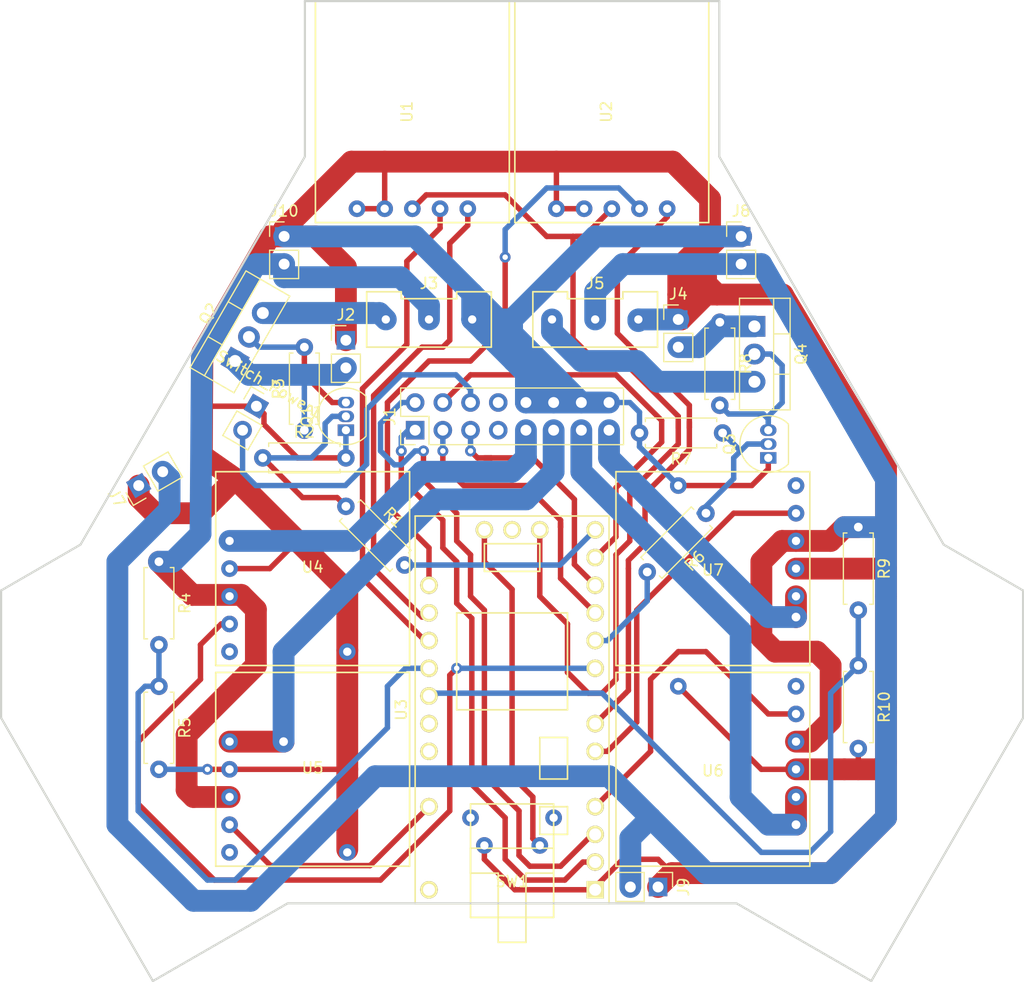
<source format=kicad_pcb>
(kicad_pcb (version 20171130) (host pcbnew 5.0.2-bee76a0~70~ubuntu18.04.1)

  (general
    (thickness 1.6)
    (drawings 14)
    (tracks 467)
    (zones 0)
    (modules 32)
    (nets 46)
  )

  (page A4)
  (layers
    (0 F.Cu signal)
    (31 B.Cu signal)
    (32 B.Adhes user)
    (33 F.Adhes user)
    (34 B.Paste user)
    (35 F.Paste user)
    (36 B.SilkS user)
    (37 F.SilkS user)
    (38 B.Mask user)
    (39 F.Mask user)
    (40 Dwgs.User user)
    (41 Cmts.User user)
    (42 Eco1.User user)
    (43 Eco2.User user)
    (44 Edge.Cuts user)
    (45 Margin user)
    (46 B.CrtYd user)
    (47 F.CrtYd user)
    (48 B.Fab user)
    (49 F.Fab user)
  )

  (setup
    (last_trace_width 0.5)
    (trace_clearance 0.2)
    (zone_clearance 0.508)
    (zone_45_only no)
    (trace_min 0.2)
    (segment_width 0.2)
    (edge_width 0.2)
    (via_size 0.8)
    (via_drill 0.4)
    (via_min_size 0.4)
    (via_min_drill 0.3)
    (uvia_size 0.3)
    (uvia_drill 0.1)
    (uvias_allowed no)
    (uvia_min_size 0.2)
    (uvia_min_drill 0.1)
    (pcb_text_width 0.3)
    (pcb_text_size 1.5 1.5)
    (mod_edge_width 0.15)
    (mod_text_size 1 1)
    (mod_text_width 0.15)
    (pad_size 1.524 1.524)
    (pad_drill 0.762)
    (pad_to_mask_clearance 0.051)
    (solder_mask_min_width 0.25)
    (aux_axis_origin 0 0)
    (grid_origin 67.06 87)
    (visible_elements FFFFFF7F)
    (pcbplotparams
      (layerselection 0x010f0_ffffffff)
      (usegerberextensions true)
      (usegerberattributes false)
      (usegerberadvancedattributes false)
      (creategerberjobfile false)
      (excludeedgelayer true)
      (linewidth 0.100000)
      (plotframeref false)
      (viasonmask true)
      (mode 1)
      (useauxorigin false)
      (hpglpennumber 1)
      (hpglpenspeed 20)
      (hpglpendiameter 15.000000)
      (psnegative false)
      (psa4output false)
      (plotreference true)
      (plotvalue true)
      (plotinvisibletext false)
      (padsonsilk false)
      (subtractmaskfromsilk false)
      (outputformat 1)
      (mirror false)
      (drillshape 0)
      (scaleselection 1)
      (outputdirectory "pcb/"))
  )

  (net 0 "")
  (net 1 "Net-(Q1-Pad2)")
  (net 2 "Net-(Q1-Pad3)")
  (net 3 GND)
  (net 4 "Net-(J3-Pad1)")
  (net 5 "Net-(Q3-Pad2)")
  (net 6 "Net-(Q3-Pad3)")
  (net 7 "Net-(J4-Pad2)")
  (net 8 "Net-(J5-Pad1)")
  (net 9 +3V3)
  (net 10 "Net-(U3-Pad27)")
  (net 11 "Net-(U3-Pad28)")
  (net 12 "Net-(U3-Pad33)")
  (net 13 +6V)
  (net 14 +12V)
  (net 15 "Net-(U4-Pad1)")
  (net 16 /EN_3_3V)
  (net 17 /3_3V)
  (net 18 /5V)
  (net 19 /EN_5V)
  (net 20 "Net-(U5-Pad1)")
  (net 21 "Net-(U6-Pad1)")
  (net 22 /EN_6V)
  (net 23 /6V)
  (net 24 /9V)
  (net 25 /EN_9V)
  (net 26 "Net-(U7-Pad1)")
  (net 27 /CUR_6V)
  (net 28 /CUR_12V)
  (net 29 /RX)
  (net 30 /LED_2)
  (net 31 /STOP_BAT_POWER)
  (net 32 /USB_V-)
  (net 33 /USB_V+)
  (net 34 /LED_1)
  (net 35 /TX)
  (net 36 /T_6V)
  (net 37 /T_12V)
  (net 38 "Net-(SW1-Pad1)")
  (net 39 "Net-(J2-Pad2)")
  (net 40 /EN_BAT_6V)
  (net 41 /EN_BAT_12V)
  (net 42 "Net-(J1-Pad6)")
  (net 43 /ALERT_12V)
  (net 44 /ALERT_6V)
  (net 45 "Net-(U3-Pad17)")

  (net_class Default "This is the default net class."
    (clearance 0.2)
    (trace_width 0.5)
    (via_dia 0.8)
    (via_drill 0.4)
    (uvia_dia 0.3)
    (uvia_drill 0.1)
    (add_net +12V)
    (add_net +3V3)
    (add_net +6V)
    (add_net /3_3V)
    (add_net /5V)
    (add_net /6V)
    (add_net /9V)
    (add_net /ALERT_12V)
    (add_net /ALERT_6V)
    (add_net /CUR_12V)
    (add_net /CUR_6V)
    (add_net /EN_3_3V)
    (add_net /EN_5V)
    (add_net /EN_6V)
    (add_net /EN_9V)
    (add_net /EN_BAT_12V)
    (add_net /EN_BAT_6V)
    (add_net /LED_1)
    (add_net /LED_2)
    (add_net /RX)
    (add_net /STOP_BAT_POWER)
    (add_net /TX)
    (add_net /T_12V)
    (add_net /T_6V)
    (add_net /USB_V+)
    (add_net /USB_V-)
    (add_net GND)
    (add_net "Net-(J1-Pad6)")
    (add_net "Net-(J2-Pad2)")
    (add_net "Net-(J3-Pad1)")
    (add_net "Net-(J4-Pad2)")
    (add_net "Net-(J5-Pad1)")
    (add_net "Net-(Q1-Pad2)")
    (add_net "Net-(Q1-Pad3)")
    (add_net "Net-(Q3-Pad2)")
    (add_net "Net-(Q3-Pad3)")
    (add_net "Net-(SW1-Pad1)")
    (add_net "Net-(U3-Pad17)")
    (add_net "Net-(U3-Pad27)")
    (add_net "Net-(U3-Pad28)")
    (add_net "Net-(U3-Pad33)")
    (add_net "Net-(U4-Pad1)")
    (add_net "Net-(U5-Pad1)")
    (add_net "Net-(U6-Pad1)")
    (add_net "Net-(U7-Pad1)")
  )

  (module teensy:Teensy30_31_32_LC_robot_prop_2 (layer F.Cu) (tedit 5C4DC0F5) (tstamp 5C58A1B8)
    (at 119 95.024 90)
    (path /5C4CCC94)
    (fp_text reference U3 (at 0 -10.16 90) (layer F.SilkS)
      (effects (font (size 1 1) (thickness 0.15)))
    )
    (fp_text value Teensy3.2 (at 0 10.16 90) (layer F.Fab)
      (effects (font (size 1 1) (thickness 0.15)))
    )
    (fp_line (start -17.78 3.81) (end -19.05 3.81) (layer F.SilkS) (width 0.15))
    (fp_line (start -19.05 3.81) (end -19.05 -3.81) (layer F.SilkS) (width 0.15))
    (fp_line (start -19.05 -3.81) (end -17.78 -3.81) (layer F.SilkS) (width 0.15))
    (fp_line (start -6.35 5.08) (end -2.54 5.08) (layer F.SilkS) (width 0.15))
    (fp_line (start -2.54 5.08) (end -2.54 2.54) (layer F.SilkS) (width 0.15))
    (fp_line (start -2.54 2.54) (end -6.35 2.54) (layer F.SilkS) (width 0.15))
    (fp_line (start -6.35 2.54) (end -6.35 5.08) (layer F.SilkS) (width 0.15))
    (fp_line (start -12.7 3.81) (end -12.7 -3.81) (layer F.SilkS) (width 0.15))
    (fp_line (start -12.7 -3.81) (end -17.78 -3.81) (layer F.SilkS) (width 0.15))
    (fp_line (start -12.7 3.81) (end -17.78 3.81) (layer F.SilkS) (width 0.15))
    (fp_line (start -11.43 5.08) (end -8.89 5.08) (layer F.SilkS) (width 0.15))
    (fp_line (start -8.89 5.08) (end -8.89 2.54) (layer F.SilkS) (width 0.15))
    (fp_line (start -8.89 2.54) (end -11.43 2.54) (layer F.SilkS) (width 0.15))
    (fp_line (start -11.43 2.54) (end -11.43 5.08) (layer F.SilkS) (width 0.15))
    (fp_line (start 15.24 -2.54) (end 15.24 2.54) (layer F.SilkS) (width 0.15))
    (fp_line (start 15.24 2.54) (end 12.7 2.54) (layer F.SilkS) (width 0.15))
    (fp_line (start 12.7 2.54) (end 12.7 -2.54) (layer F.SilkS) (width 0.15))
    (fp_line (start 12.7 -2.54) (end 15.24 -2.54) (layer F.SilkS) (width 0.15))
    (fp_line (start 8.89 5.08) (end 8.89 -5.08) (layer F.SilkS) (width 0.15))
    (fp_line (start 0 -5.08) (end 0 5.08) (layer F.SilkS) (width 0.15))
    (fp_line (start 8.89 -5.08) (end 0 -5.08) (layer F.SilkS) (width 0.15))
    (fp_line (start 8.89 5.08) (end 0 5.08) (layer F.SilkS) (width 0.15))
    (fp_line (start -17.78 -8.89) (end 17.78 -8.89) (layer F.SilkS) (width 0.15))
    (fp_line (start 17.78 -8.89) (end 17.78 8.89) (layer F.SilkS) (width 0.15))
    (fp_line (start 17.78 8.89) (end -17.78 8.89) (layer F.SilkS) (width 0.15))
    (fp_line (start -17.78 8.89) (end -17.78 -8.89) (layer F.SilkS) (width 0.15))
    (pad 17 thru_hole circle (at 16.51 0 90) (size 1.6 1.6) (drill 1.1) (layers *.Cu *.Mask F.SilkS)
      (net 45 "Net-(U3-Pad17)"))
    (pad 18 thru_hole circle (at 16.51 -2.54 90) (size 1.6 1.6) (drill 1.1) (layers *.Cu *.Mask F.SilkS)
      (net 38 "Net-(SW1-Pad1)"))
    (pad 16 thru_hole circle (at 16.51 2.54 90) (size 1.6 1.6) (drill 1.1) (layers *.Cu *.Mask F.SilkS)
      (net 9 +3V3))
    (pad 14 thru_hole circle (at 16.51 7.62 90) (size 1.6 1.6) (drill 1.1) (layers *.Cu *.Mask F.SilkS)
      (net 40 /EN_BAT_6V))
    (pad 22 thru_hole circle (at 11.43 -7.62 90) (size 1.6 1.6) (drill 1.1) (layers *.Cu *.Mask F.SilkS)
      (net 28 /CUR_12V))
    (pad 23 thru_hole circle (at 8.89 -7.62 90) (size 1.6 1.6) (drill 1.1) (layers *.Cu *.Mask F.SilkS)
      (net 44 /ALERT_6V))
    (pad 24 thru_hole circle (at 6.35 -7.62 90) (size 1.6 1.6) (drill 1.1) (layers *.Cu *.Mask F.SilkS)
      (net 27 /CUR_6V))
    (pad 25 thru_hole circle (at 3.81 -7.62 90) (size 1.6 1.6) (drill 1.1) (layers *.Cu *.Mask F.SilkS)
      (net 36 /T_6V))
    (pad 26 thru_hole circle (at 1.27 -7.62 90) (size 1.6 1.6) (drill 1.1) (layers *.Cu *.Mask F.SilkS)
      (net 37 /T_12V))
    (pad 27 thru_hole circle (at -1.27 -7.62 90) (size 1.6 1.6) (drill 1.1) (layers *.Cu *.Mask F.SilkS)
      (net 10 "Net-(U3-Pad27)"))
    (pad 28 thru_hole circle (at -3.81 -7.62 90) (size 1.6 1.6) (drill 1.1) (layers *.Cu *.Mask F.SilkS)
      (net 11 "Net-(U3-Pad28)"))
    (pad 30 thru_hole circle (at -8.89 -7.62 90) (size 1.6 1.6) (drill 1.1) (layers *.Cu *.Mask F.SilkS)
      (net 19 /EN_5V))
    (pad 33 thru_hole circle (at -16.51 -7.62 90) (size 1.6 1.6) (drill 1.1) (layers *.Cu *.Mask F.SilkS)
      (net 12 "Net-(U3-Pad33)"))
    (pad 13 thru_hole circle (at 13.97 7.62 90) (size 1.6 1.6) (drill 1.1) (layers *.Cu *.Mask F.SilkS)
      (net 34 /LED_1))
    (pad 12 thru_hole circle (at 11.43 7.62 90) (size 1.6 1.6) (drill 1.1) (layers *.Cu *.Mask F.SilkS)
      (net 31 /STOP_BAT_POWER))
    (pad 11 thru_hole circle (at 8.89 7.62 90) (size 1.6 1.6) (drill 1.1) (layers *.Cu *.Mask F.SilkS)
      (net 30 /LED_2))
    (pad 10 thru_hole circle (at 6.35 7.62 90) (size 1.6 1.6) (drill 1.1) (layers *.Cu *.Mask F.SilkS)
      (net 41 /EN_BAT_12V))
    (pad 9 thru_hole circle (at 3.81 7.62 90) (size 1.6 1.6) (drill 1.1) (layers *.Cu *.Mask F.SilkS)
      (net 16 /EN_3_3V))
    (pad 7 thru_hole circle (at -1.27 7.62 90) (size 1.6 1.6) (drill 1.1) (layers *.Cu *.Mask F.SilkS)
      (net 43 /ALERT_12V))
    (pad 6 thru_hole circle (at -3.81 7.62 90) (size 1.6 1.6) (drill 1.1) (layers *.Cu *.Mask F.SilkS)
      (net 25 /EN_9V))
    (pad 4 thru_hole circle (at -8.89 7.62 90) (size 1.6 1.6) (drill 1.1) (layers *.Cu *.Mask F.SilkS)
      (net 22 /EN_6V))
    (pad 3 thru_hole circle (at -11.43 7.62 90) (size 1.6 1.6) (drill 1.1) (layers *.Cu *.Mask F.SilkS)
      (net 35 /TX))
    (pad 2 thru_hole circle (at -13.97 7.62 90) (size 1.6 1.6) (drill 1.1) (layers *.Cu *.Mask F.SilkS)
      (net 29 /RX))
    (pad 1 thru_hole rect (at -16.51 7.62 90) (size 1.6 1.6) (drill 1.1) (layers *.Cu *.Mask F.SilkS)
      (net 3 GND))
  )

  (module Package_TO_SOT_THT:TO-92_Inline (layer F.Cu) (tedit 5A1DD157) (tstamp 5C4D81BC)
    (at 103.76 69.37 90)
    (descr "TO-92 leads in-line, narrow, oval pads, drill 0.75mm (see NXP sot054_po.pdf)")
    (tags "to-92 sc-43 sc-43a sot54 PA33 transistor")
    (path /5C4E5103)
    (fp_text reference Q1 (at 1.27 -3.56 90) (layer F.SilkS)
      (effects (font (size 1 1) (thickness 0.15)))
    )
    (fp_text value 2N7000 (at 1.27 2.79 90) (layer F.Fab)
      (effects (font (size 1 1) (thickness 0.15)))
    )
    (fp_arc (start 1.27 0) (end 1.27 -2.6) (angle 135) (layer F.SilkS) (width 0.12))
    (fp_arc (start 1.27 0) (end 1.27 -2.48) (angle -135) (layer F.Fab) (width 0.1))
    (fp_arc (start 1.27 0) (end 1.27 -2.6) (angle -135) (layer F.SilkS) (width 0.12))
    (fp_arc (start 1.27 0) (end 1.27 -2.48) (angle 135) (layer F.Fab) (width 0.1))
    (fp_line (start 4 2.01) (end -1.46 2.01) (layer F.CrtYd) (width 0.05))
    (fp_line (start 4 2.01) (end 4 -2.73) (layer F.CrtYd) (width 0.05))
    (fp_line (start -1.46 -2.73) (end -1.46 2.01) (layer F.CrtYd) (width 0.05))
    (fp_line (start -1.46 -2.73) (end 4 -2.73) (layer F.CrtYd) (width 0.05))
    (fp_line (start -0.5 1.75) (end 3 1.75) (layer F.Fab) (width 0.1))
    (fp_line (start -0.53 1.85) (end 3.07 1.85) (layer F.SilkS) (width 0.12))
    (fp_text user %R (at 1.27 -3.56 90) (layer F.Fab)
      (effects (font (size 1 1) (thickness 0.15)))
    )
    (pad 1 thru_hole rect (at 0 0 90) (size 1.05 1.5) (drill 0.75) (layers *.Cu *.Mask)
      (net 3 GND))
    (pad 3 thru_hole oval (at 2.54 0 90) (size 1.05 1.5) (drill 0.75) (layers *.Cu *.Mask)
      (net 2 "Net-(Q1-Pad3)"))
    (pad 2 thru_hole oval (at 1.27 0 90) (size 1.05 1.5) (drill 0.75) (layers *.Cu *.Mask)
      (net 1 "Net-(Q1-Pad2)"))
    (model ${KISYS3DMOD}/Package_TO_SOT_THT.3dshapes/TO-92_Inline.wrl
      (at (xyz 0 0 0))
      (scale (xyz 1 1 1))
      (rotate (xyz 0 0 0))
    )
  )

  (module Package_TO_SOT_THT:TO-92_Inline (layer F.Cu) (tedit 5A1DD157) (tstamp 5C4D81E0)
    (at 142.495 71.91 90)
    (descr "TO-92 leads in-line, narrow, oval pads, drill 0.75mm (see NXP sot054_po.pdf)")
    (tags "to-92 sc-43 sc-43a sot54 PA33 transistor")
    (path /5C4DAF5B)
    (fp_text reference Q3 (at 1.27 -3.56 90) (layer F.SilkS)
      (effects (font (size 1 1) (thickness 0.15)))
    )
    (fp_text value 2N7000 (at 1.27 2.79 90) (layer F.Fab)
      (effects (font (size 1 1) (thickness 0.15)))
    )
    (fp_arc (start 1.27 0) (end 1.27 -2.6) (angle 135) (layer F.SilkS) (width 0.12))
    (fp_arc (start 1.27 0) (end 1.27 -2.48) (angle -135) (layer F.Fab) (width 0.1))
    (fp_arc (start 1.27 0) (end 1.27 -2.6) (angle -135) (layer F.SilkS) (width 0.12))
    (fp_arc (start 1.27 0) (end 1.27 -2.48) (angle 135) (layer F.Fab) (width 0.1))
    (fp_line (start 4 2.01) (end -1.46 2.01) (layer F.CrtYd) (width 0.05))
    (fp_line (start 4 2.01) (end 4 -2.73) (layer F.CrtYd) (width 0.05))
    (fp_line (start -1.46 -2.73) (end -1.46 2.01) (layer F.CrtYd) (width 0.05))
    (fp_line (start -1.46 -2.73) (end 4 -2.73) (layer F.CrtYd) (width 0.05))
    (fp_line (start -0.5 1.75) (end 3 1.75) (layer F.Fab) (width 0.1))
    (fp_line (start -0.53 1.85) (end 3.07 1.85) (layer F.SilkS) (width 0.12))
    (fp_text user %R (at 1.27 -3.56 90) (layer F.Fab)
      (effects (font (size 1 1) (thickness 0.15)))
    )
    (pad 1 thru_hole rect (at 0 0 90) (size 1.05 1.5) (drill 0.75) (layers *.Cu *.Mask)
      (net 3 GND))
    (pad 3 thru_hole oval (at 2.54 0 90) (size 1.05 1.5) (drill 0.75) (layers *.Cu *.Mask)
      (net 6 "Net-(Q3-Pad3)"))
    (pad 2 thru_hole oval (at 1.27 0 90) (size 1.05 1.5) (drill 0.75) (layers *.Cu *.Mask)
      (net 5 "Net-(Q3-Pad2)"))
    (model ${KISYS3DMOD}/Package_TO_SOT_THT.3dshapes/TO-92_Inline.wrl
      (at (xyz 0 0 0))
      (scale (xyz 1 1 1))
      (rotate (xyz 0 0 0))
    )
  )

  (module teensy:pin_header_3.96 (layer F.Cu) (tedit 5C4D890F) (tstamp 5C6E1649)
    (at 111.38 55.4)
    (path /5C4E50F5)
    (fp_text reference J3 (at 0 0.5) (layer F.SilkS)
      (effects (font (size 1 1) (thickness 0.15)))
    )
    (fp_text value Conn_01x03_Male (at 0 -0.5) (layer F.Fab)
      (effects (font (size 1 1) (thickness 0.15)))
    )
    (fp_line (start 5.715 1.27) (end 5.715 6.35) (layer F.SilkS) (width 0.15))
    (fp_line (start 2.54 1.27) (end 5.715 1.27) (layer F.SilkS) (width 0.15))
    (fp_line (start 2.54 1.905) (end 2.54 1.27) (layer F.SilkS) (width 0.15))
    (fp_line (start -2.54 1.905) (end 2.54 1.905) (layer F.SilkS) (width 0.15))
    (fp_line (start -2.54 1.27) (end -2.54 1.905) (layer F.SilkS) (width 0.15))
    (fp_line (start -5.715 1.27) (end -2.54 1.27) (layer F.SilkS) (width 0.15))
    (fp_line (start -5.715 6.35) (end -5.715 1.27) (layer F.SilkS) (width 0.15))
    (fp_line (start 5.715 6.35) (end -5.715 6.35) (layer F.SilkS) (width 0.15))
    (pad 3 thru_hole circle (at 3.96 3.81) (size 1.524 1.524) (drill 0.762) (layers *.Cu *.Mask)
      (net 3 GND))
    (pad 2 thru_hole circle (at 0 3.81) (size 1.524 1.524) (drill 0.762) (layers *.Cu *.Mask)
      (net 13 +6V))
    (pad 1 thru_hole circle (at -3.96 3.81) (size 1.524 1.524) (drill 0.762) (layers *.Cu *.Mask)
      (net 4 "Net-(J3-Pad1)"))
  )

  (module teensy:pin_header_3.96 (layer F.Cu) (tedit 5C4D890F) (tstamp 5C6E1658)
    (at 126.62 55.4)
    (path /5C4D5F9A)
    (fp_text reference J5 (at 0 0.5) (layer F.SilkS)
      (effects (font (size 1 1) (thickness 0.15)))
    )
    (fp_text value Conn_01x03_Male (at 0 -0.5) (layer F.Fab)
      (effects (font (size 1 1) (thickness 0.15)))
    )
    (fp_line (start 5.715 1.27) (end 5.715 6.35) (layer F.SilkS) (width 0.15))
    (fp_line (start 2.54 1.27) (end 5.715 1.27) (layer F.SilkS) (width 0.15))
    (fp_line (start 2.54 1.905) (end 2.54 1.27) (layer F.SilkS) (width 0.15))
    (fp_line (start -2.54 1.905) (end 2.54 1.905) (layer F.SilkS) (width 0.15))
    (fp_line (start -2.54 1.27) (end -2.54 1.905) (layer F.SilkS) (width 0.15))
    (fp_line (start -5.715 1.27) (end -2.54 1.27) (layer F.SilkS) (width 0.15))
    (fp_line (start -5.715 6.35) (end -5.715 1.27) (layer F.SilkS) (width 0.15))
    (fp_line (start 5.715 6.35) (end -5.715 6.35) (layer F.SilkS) (width 0.15))
    (pad 3 thru_hole circle (at 3.96 3.81) (size 1.524 1.524) (drill 0.762) (layers *.Cu *.Mask)
      (net 3 GND))
    (pad 2 thru_hole circle (at 0 3.81) (size 1.524 1.524) (drill 0.762) (layers *.Cu *.Mask)
      (net 14 +12V))
    (pad 1 thru_hole circle (at -3.96 3.81) (size 1.524 1.524) (drill 0.762) (layers *.Cu *.Mask)
      (net 8 "Net-(J5-Pad1)"))
  )

  (module Connector_PinHeader_2.54mm:PinHeader_1x02_P2.54mm_Vertical (layer F.Cu) (tedit 59FED5CC) (tstamp 5C6E179F)
    (at 103.76 61.115)
    (descr "Through hole straight pin header, 1x02, 2.54mm pitch, single row")
    (tags "Through hole pin header THT 1x02 2.54mm single row")
    (path /5C4E510A)
    (fp_text reference J2 (at 0 -2.33) (layer F.SilkS)
      (effects (font (size 1 1) (thickness 0.15)))
    )
    (fp_text value Conn_01x02_Female (at 0 4.87) (layer F.Fab)
      (effects (font (size 1 1) (thickness 0.15)))
    )
    (fp_text user %R (at 0 1.27 90) (layer F.Fab)
      (effects (font (size 1 1) (thickness 0.15)))
    )
    (fp_line (start 1.8 -1.8) (end -1.8 -1.8) (layer F.CrtYd) (width 0.05))
    (fp_line (start 1.8 4.35) (end 1.8 -1.8) (layer F.CrtYd) (width 0.05))
    (fp_line (start -1.8 4.35) (end 1.8 4.35) (layer F.CrtYd) (width 0.05))
    (fp_line (start -1.8 -1.8) (end -1.8 4.35) (layer F.CrtYd) (width 0.05))
    (fp_line (start -1.33 -1.33) (end 0 -1.33) (layer F.SilkS) (width 0.12))
    (fp_line (start -1.33 0) (end -1.33 -1.33) (layer F.SilkS) (width 0.12))
    (fp_line (start -1.33 1.27) (end 1.33 1.27) (layer F.SilkS) (width 0.12))
    (fp_line (start 1.33 1.27) (end 1.33 3.87) (layer F.SilkS) (width 0.12))
    (fp_line (start -1.33 1.27) (end -1.33 3.87) (layer F.SilkS) (width 0.12))
    (fp_line (start -1.33 3.87) (end 1.33 3.87) (layer F.SilkS) (width 0.12))
    (fp_line (start -1.27 -0.635) (end -0.635 -1.27) (layer F.Fab) (width 0.1))
    (fp_line (start -1.27 3.81) (end -1.27 -0.635) (layer F.Fab) (width 0.1))
    (fp_line (start 1.27 3.81) (end -1.27 3.81) (layer F.Fab) (width 0.1))
    (fp_line (start 1.27 -1.27) (end 1.27 3.81) (layer F.Fab) (width 0.1))
    (fp_line (start -0.635 -1.27) (end 1.27 -1.27) (layer F.Fab) (width 0.1))
    (pad 2 thru_hole oval (at 0 2.54) (size 1.7 1.7) (drill 1) (layers *.Cu *.Mask)
      (net 39 "Net-(J2-Pad2)"))
    (pad 1 thru_hole rect (at 0 0) (size 1.7 1.7) (drill 1) (layers *.Cu *.Mask)
      (net 3 GND))
    (model ${KISYS3DMOD}/Connector_PinHeader_2.54mm.3dshapes/PinHeader_1x02_P2.54mm_Vertical.wrl
      (at (xyz 0 0 0))
      (scale (xyz 1 1 1))
      (rotate (xyz 0 0 0))
    )
  )

  (module Connector_PinHeader_2.54mm:PinHeader_1x02_P2.54mm_Vertical (layer F.Cu) (tedit 59FED5CC) (tstamp 5C6E17B5)
    (at 134.24 59.21)
    (descr "Through hole straight pin header, 1x02, 2.54mm pitch, single row")
    (tags "Through hole pin header THT 1x02 2.54mm single row")
    (path /5C4DC325)
    (fp_text reference J4 (at 0 -2.33) (layer F.SilkS)
      (effects (font (size 1 1) (thickness 0.15)))
    )
    (fp_text value Conn_01x02_Female (at 0 4.87) (layer F.Fab)
      (effects (font (size 1 1) (thickness 0.15)))
    )
    (fp_text user %R (at 0 1.27 90) (layer F.Fab)
      (effects (font (size 1 1) (thickness 0.15)))
    )
    (fp_line (start 1.8 -1.8) (end -1.8 -1.8) (layer F.CrtYd) (width 0.05))
    (fp_line (start 1.8 4.35) (end 1.8 -1.8) (layer F.CrtYd) (width 0.05))
    (fp_line (start -1.8 4.35) (end 1.8 4.35) (layer F.CrtYd) (width 0.05))
    (fp_line (start -1.8 -1.8) (end -1.8 4.35) (layer F.CrtYd) (width 0.05))
    (fp_line (start -1.33 -1.33) (end 0 -1.33) (layer F.SilkS) (width 0.12))
    (fp_line (start -1.33 0) (end -1.33 -1.33) (layer F.SilkS) (width 0.12))
    (fp_line (start -1.33 1.27) (end 1.33 1.27) (layer F.SilkS) (width 0.12))
    (fp_line (start 1.33 1.27) (end 1.33 3.87) (layer F.SilkS) (width 0.12))
    (fp_line (start -1.33 1.27) (end -1.33 3.87) (layer F.SilkS) (width 0.12))
    (fp_line (start -1.33 3.87) (end 1.33 3.87) (layer F.SilkS) (width 0.12))
    (fp_line (start -1.27 -0.635) (end -0.635 -1.27) (layer F.Fab) (width 0.1))
    (fp_line (start -1.27 3.81) (end -1.27 -0.635) (layer F.Fab) (width 0.1))
    (fp_line (start 1.27 3.81) (end -1.27 3.81) (layer F.Fab) (width 0.1))
    (fp_line (start 1.27 -1.27) (end 1.27 3.81) (layer F.Fab) (width 0.1))
    (fp_line (start -0.635 -1.27) (end 1.27 -1.27) (layer F.Fab) (width 0.1))
    (pad 2 thru_hole oval (at 0 2.54) (size 1.7 1.7) (drill 1) (layers *.Cu *.Mask)
      (net 7 "Net-(J4-Pad2)"))
    (pad 1 thru_hole rect (at 0 0) (size 1.7 1.7) (drill 1) (layers *.Cu *.Mask)
      (net 3 GND))
    (model ${KISYS3DMOD}/Connector_PinHeader_2.54mm.3dshapes/PinHeader_1x02_P2.54mm_Vertical.wrl
      (at (xyz 0 0 0))
      (scale (xyz 1 1 1))
      (rotate (xyz 0 0 0))
    )
  )

  (module Connector_PinHeader_2.54mm:PinHeader_1x02_P2.54mm_Vertical (layer F.Cu) (tedit 59FED5CC) (tstamp 5C6E17E1)
    (at 84.76 74.45 120)
    (descr "Through hole straight pin header, 1x02, 2.54mm pitch, single row")
    (tags "Through hole pin header THT 1x02 2.54mm single row")
    (path /5C4CF787)
    (fp_text reference J7 (at 0 -2.33 120) (layer F.SilkS)
      (effects (font (size 1 1) (thickness 0.15)))
    )
    (fp_text value Conn_01x02_Female (at 0 4.87 120) (layer F.Fab)
      (effects (font (size 1 1) (thickness 0.15)))
    )
    (fp_text user %R (at 0 1.27 210) (layer F.Fab)
      (effects (font (size 1 1) (thickness 0.15)))
    )
    (fp_line (start 1.8 -1.8) (end -1.8 -1.8) (layer F.CrtYd) (width 0.05))
    (fp_line (start 1.8 4.35) (end 1.8 -1.8) (layer F.CrtYd) (width 0.05))
    (fp_line (start -1.8 4.35) (end 1.8 4.35) (layer F.CrtYd) (width 0.05))
    (fp_line (start -1.8 -1.8) (end -1.8 4.35) (layer F.CrtYd) (width 0.05))
    (fp_line (start -1.33 -1.33) (end 0 -1.33) (layer F.SilkS) (width 0.12))
    (fp_line (start -1.33 0) (end -1.33 -1.33) (layer F.SilkS) (width 0.12))
    (fp_line (start -1.33 1.27) (end 1.33 1.27) (layer F.SilkS) (width 0.12))
    (fp_line (start 1.33 1.27) (end 1.33 3.87) (layer F.SilkS) (width 0.12))
    (fp_line (start -1.33 1.27) (end -1.33 3.87) (layer F.SilkS) (width 0.12))
    (fp_line (start -1.33 3.87) (end 1.33 3.87) (layer F.SilkS) (width 0.12))
    (fp_line (start -1.27 -0.635) (end -0.635 -1.27) (layer F.Fab) (width 0.1))
    (fp_line (start -1.27 3.81) (end -1.27 -0.635) (layer F.Fab) (width 0.1))
    (fp_line (start 1.27 3.81) (end -1.27 3.81) (layer F.Fab) (width 0.1))
    (fp_line (start 1.27 -1.27) (end 1.27 3.81) (layer F.Fab) (width 0.1))
    (fp_line (start -0.635 -1.27) (end 1.27 -1.27) (layer F.Fab) (width 0.1))
    (pad 2 thru_hole oval (at 0 2.54 120) (size 1.7 1.7) (drill 1) (layers *.Cu *.Mask)
      (net 14 +12V))
    (pad 1 thru_hole rect (at 0 0 120) (size 1.7 1.7) (drill 1) (layers *.Cu *.Mask)
      (net 3 GND))
    (model ${KISYS3DMOD}/Connector_PinHeader_2.54mm.3dshapes/PinHeader_1x02_P2.54mm_Vertical.wrl
      (at (xyz 0 0 0))
      (scale (xyz 1 1 1))
      (rotate (xyz 0 0 0))
    )
  )

  (module Connector_PinHeader_2.54mm:PinHeader_1x02_P2.54mm_Vertical (layer F.Cu) (tedit 59FED5CC) (tstamp 5C6E17F7)
    (at 140.005 51.59)
    (descr "Through hole straight pin header, 1x02, 2.54mm pitch, single row")
    (tags "Through hole pin header THT 1x02 2.54mm single row")
    (path /5C4CF85C)
    (fp_text reference J8 (at 0 -2.33) (layer F.SilkS)
      (effects (font (size 1 1) (thickness 0.15)))
    )
    (fp_text value Conn_01x02_Female (at 0 4.87) (layer F.Fab)
      (effects (font (size 1 1) (thickness 0.15)))
    )
    (fp_text user %R (at 0 1.27 90) (layer F.Fab)
      (effects (font (size 1 1) (thickness 0.15)))
    )
    (fp_line (start 1.8 -1.8) (end -1.8 -1.8) (layer F.CrtYd) (width 0.05))
    (fp_line (start 1.8 4.35) (end 1.8 -1.8) (layer F.CrtYd) (width 0.05))
    (fp_line (start -1.8 4.35) (end 1.8 4.35) (layer F.CrtYd) (width 0.05))
    (fp_line (start -1.8 -1.8) (end -1.8 4.35) (layer F.CrtYd) (width 0.05))
    (fp_line (start -1.33 -1.33) (end 0 -1.33) (layer F.SilkS) (width 0.12))
    (fp_line (start -1.33 0) (end -1.33 -1.33) (layer F.SilkS) (width 0.12))
    (fp_line (start -1.33 1.27) (end 1.33 1.27) (layer F.SilkS) (width 0.12))
    (fp_line (start 1.33 1.27) (end 1.33 3.87) (layer F.SilkS) (width 0.12))
    (fp_line (start -1.33 1.27) (end -1.33 3.87) (layer F.SilkS) (width 0.12))
    (fp_line (start -1.33 3.87) (end 1.33 3.87) (layer F.SilkS) (width 0.12))
    (fp_line (start -1.27 -0.635) (end -0.635 -1.27) (layer F.Fab) (width 0.1))
    (fp_line (start -1.27 3.81) (end -1.27 -0.635) (layer F.Fab) (width 0.1))
    (fp_line (start 1.27 3.81) (end -1.27 3.81) (layer F.Fab) (width 0.1))
    (fp_line (start 1.27 -1.27) (end 1.27 3.81) (layer F.Fab) (width 0.1))
    (fp_line (start -0.635 -1.27) (end 1.27 -1.27) (layer F.Fab) (width 0.1))
    (pad 2 thru_hole oval (at 0 2.54) (size 1.7 1.7) (drill 1) (layers *.Cu *.Mask)
      (net 14 +12V))
    (pad 1 thru_hole rect (at 0 0) (size 1.7 1.7) (drill 1) (layers *.Cu *.Mask)
      (net 3 GND))
    (model ${KISYS3DMOD}/Connector_PinHeader_2.54mm.3dshapes/PinHeader_1x02_P2.54mm_Vertical.wrl
      (at (xyz 0 0 0))
      (scale (xyz 1 1 1))
      (rotate (xyz 0 0 0))
    )
  )

  (module Connector_PinHeader_2.54mm:PinHeader_1x02_P2.54mm_Vertical (layer F.Cu) (tedit 59FED5CC) (tstamp 5C6E180D)
    (at 132.385 111.28 270)
    (descr "Through hole straight pin header, 1x02, 2.54mm pitch, single row")
    (tags "Through hole pin header THT 1x02 2.54mm single row")
    (path /5C4D122E)
    (fp_text reference J9 (at 0 -2.33 270) (layer F.SilkS)
      (effects (font (size 1 1) (thickness 0.15)))
    )
    (fp_text value Conn_01x02_Female (at 0 4.87 270) (layer F.Fab)
      (effects (font (size 1 1) (thickness 0.15)))
    )
    (fp_text user %R (at 0 1.27) (layer F.Fab)
      (effects (font (size 1 1) (thickness 0.15)))
    )
    (fp_line (start 1.8 -1.8) (end -1.8 -1.8) (layer F.CrtYd) (width 0.05))
    (fp_line (start 1.8 4.35) (end 1.8 -1.8) (layer F.CrtYd) (width 0.05))
    (fp_line (start -1.8 4.35) (end 1.8 4.35) (layer F.CrtYd) (width 0.05))
    (fp_line (start -1.8 -1.8) (end -1.8 4.35) (layer F.CrtYd) (width 0.05))
    (fp_line (start -1.33 -1.33) (end 0 -1.33) (layer F.SilkS) (width 0.12))
    (fp_line (start -1.33 0) (end -1.33 -1.33) (layer F.SilkS) (width 0.12))
    (fp_line (start -1.33 1.27) (end 1.33 1.27) (layer F.SilkS) (width 0.12))
    (fp_line (start 1.33 1.27) (end 1.33 3.87) (layer F.SilkS) (width 0.12))
    (fp_line (start -1.33 1.27) (end -1.33 3.87) (layer F.SilkS) (width 0.12))
    (fp_line (start -1.33 3.87) (end 1.33 3.87) (layer F.SilkS) (width 0.12))
    (fp_line (start -1.27 -0.635) (end -0.635 -1.27) (layer F.Fab) (width 0.1))
    (fp_line (start -1.27 3.81) (end -1.27 -0.635) (layer F.Fab) (width 0.1))
    (fp_line (start 1.27 3.81) (end -1.27 3.81) (layer F.Fab) (width 0.1))
    (fp_line (start 1.27 -1.27) (end 1.27 3.81) (layer F.Fab) (width 0.1))
    (fp_line (start -0.635 -1.27) (end 1.27 -1.27) (layer F.Fab) (width 0.1))
    (pad 2 thru_hole oval (at 0 2.54 270) (size 1.7 1.7) (drill 1) (layers *.Cu *.Mask)
      (net 14 +12V))
    (pad 1 thru_hole rect (at 0 0 270) (size 1.7 1.7) (drill 1) (layers *.Cu *.Mask)
      (net 3 GND))
    (model ${KISYS3DMOD}/Connector_PinHeader_2.54mm.3dshapes/PinHeader_1x02_P2.54mm_Vertical.wrl
      (at (xyz 0 0 0))
      (scale (xyz 1 1 1))
      (rotate (xyz 0 0 0))
    )
  )

  (module Connector_PinHeader_2.54mm:PinHeader_1x02_P2.54mm_Vertical (layer F.Cu) (tedit 59FED5CC) (tstamp 5C6E1823)
    (at 98.095 51.59)
    (descr "Through hole straight pin header, 1x02, 2.54mm pitch, single row")
    (tags "Through hole pin header THT 1x02 2.54mm single row")
    (path /5C4D2BF2)
    (fp_text reference J10 (at 0 -2.33) (layer F.SilkS)
      (effects (font (size 1 1) (thickness 0.15)))
    )
    (fp_text value Conn_01x02_Female (at 0 4.87) (layer F.Fab)
      (effects (font (size 1 1) (thickness 0.15)))
    )
    (fp_text user %R (at 0 1.27 90) (layer F.Fab)
      (effects (font (size 1 1) (thickness 0.15)))
    )
    (fp_line (start 1.8 -1.8) (end -1.8 -1.8) (layer F.CrtYd) (width 0.05))
    (fp_line (start 1.8 4.35) (end 1.8 -1.8) (layer F.CrtYd) (width 0.05))
    (fp_line (start -1.8 4.35) (end 1.8 4.35) (layer F.CrtYd) (width 0.05))
    (fp_line (start -1.8 -1.8) (end -1.8 4.35) (layer F.CrtYd) (width 0.05))
    (fp_line (start -1.33 -1.33) (end 0 -1.33) (layer F.SilkS) (width 0.12))
    (fp_line (start -1.33 0) (end -1.33 -1.33) (layer F.SilkS) (width 0.12))
    (fp_line (start -1.33 1.27) (end 1.33 1.27) (layer F.SilkS) (width 0.12))
    (fp_line (start 1.33 1.27) (end 1.33 3.87) (layer F.SilkS) (width 0.12))
    (fp_line (start -1.33 1.27) (end -1.33 3.87) (layer F.SilkS) (width 0.12))
    (fp_line (start -1.33 3.87) (end 1.33 3.87) (layer F.SilkS) (width 0.12))
    (fp_line (start -1.27 -0.635) (end -0.635 -1.27) (layer F.Fab) (width 0.1))
    (fp_line (start -1.27 3.81) (end -1.27 -0.635) (layer F.Fab) (width 0.1))
    (fp_line (start 1.27 3.81) (end -1.27 3.81) (layer F.Fab) (width 0.1))
    (fp_line (start 1.27 -1.27) (end 1.27 3.81) (layer F.Fab) (width 0.1))
    (fp_line (start -0.635 -1.27) (end 1.27 -1.27) (layer F.Fab) (width 0.1))
    (pad 2 thru_hole oval (at 0 2.54) (size 1.7 1.7) (drill 1) (layers *.Cu *.Mask)
      (net 13 +6V))
    (pad 1 thru_hole rect (at 0 0) (size 1.7 1.7) (drill 1) (layers *.Cu *.Mask)
      (net 3 GND))
    (model ${KISYS3DMOD}/Connector_PinHeader_2.54mm.3dshapes/PinHeader_1x02_P2.54mm_Vertical.wrl
      (at (xyz 0 0 0))
      (scale (xyz 1 1 1))
      (rotate (xyz 0 0 0))
    )
  )

  (module Connector_PinHeader_2.54mm:PinHeader_1x02_P2.54mm_Vertical (layer F.Cu) (tedit 59FED5CC) (tstamp 5C6E1DFE)
    (at 95.555 67.170295 330)
    (descr "Through hole straight pin header, 1x02, 2.54mm pitch, single row")
    (tags "Through hole pin header THT 1x02 2.54mm single row")
    (path /5C4D45BA)
    (fp_text reference Switch_Power1 (at 0 -2.33 330) (layer F.SilkS)
      (effects (font (size 1 1) (thickness 0.15)))
    )
    (fp_text value Conn_01x02_Female (at 0 4.87 330) (layer F.Fab)
      (effects (font (size 1 1) (thickness 0.15)))
    )
    (fp_text user %R (at 0 1.27 60) (layer F.Fab)
      (effects (font (size 1 1) (thickness 0.15)))
    )
    (fp_line (start 1.8 -1.8) (end -1.8 -1.8) (layer F.CrtYd) (width 0.05))
    (fp_line (start 1.8 4.35) (end 1.8 -1.8) (layer F.CrtYd) (width 0.05))
    (fp_line (start -1.8 4.35) (end 1.8 4.35) (layer F.CrtYd) (width 0.05))
    (fp_line (start -1.8 -1.8) (end -1.8 4.35) (layer F.CrtYd) (width 0.05))
    (fp_line (start -1.33 -1.33) (end 0 -1.33) (layer F.SilkS) (width 0.12))
    (fp_line (start -1.33 0) (end -1.33 -1.33) (layer F.SilkS) (width 0.12))
    (fp_line (start -1.33 1.27) (end 1.33 1.27) (layer F.SilkS) (width 0.12))
    (fp_line (start 1.33 1.27) (end 1.33 3.87) (layer F.SilkS) (width 0.12))
    (fp_line (start -1.33 1.27) (end -1.33 3.87) (layer F.SilkS) (width 0.12))
    (fp_line (start -1.33 3.87) (end 1.33 3.87) (layer F.SilkS) (width 0.12))
    (fp_line (start -1.27 -0.635) (end -0.635 -1.27) (layer F.Fab) (width 0.1))
    (fp_line (start -1.27 3.81) (end -1.27 -0.635) (layer F.Fab) (width 0.1))
    (fp_line (start 1.27 3.81) (end -1.27 3.81) (layer F.Fab) (width 0.1))
    (fp_line (start 1.27 -1.27) (end 1.27 3.81) (layer F.Fab) (width 0.1))
    (fp_line (start -0.635 -1.27) (end 1.27 -1.27) (layer F.Fab) (width 0.1))
    (pad 2 thru_hole oval (at 0 2.54 330) (size 1.7 1.7) (drill 1) (layers *.Cu *.Mask)
      (net 42 "Net-(J1-Pad6)"))
    (pad 1 thru_hole rect (at 0 0 330) (size 1.7 1.7) (drill 1) (layers *.Cu *.Mask)
      (net 3 GND))
    (model ${KISYS3DMOD}/Connector_PinHeader_2.54mm.3dshapes/PinHeader_1x02_P2.54mm_Vertical.wrl
      (at (xyz 0 0 0))
      (scale (xyz 1 1 1))
      (rotate (xyz 0 0 0))
    )
  )

  (module Pololu:regulator (layer F.Cu) (tedit 5C4D9AF8) (tstamp 5C59F6A1)
    (at 100.712 81.435)
    (path /5C4CCDEB)
    (fp_text reference U4 (at 0 0.5) (layer F.SilkS)
      (effects (font (size 1 1) (thickness 0.15)))
    )
    (fp_text value Regulator (at 0 -0.5) (layer F.Fab)
      (effects (font (size 1 1) (thickness 0.15)))
    )
    (fp_line (start -8.89 -8.255) (end 8.89 -8.255) (layer F.SilkS) (width 0.15))
    (fp_line (start 8.89 -8.255) (end 8.89 9.525) (layer F.SilkS) (width 0.15))
    (fp_line (start 8.89 9.525) (end -8.89 9.525) (layer F.SilkS) (width 0.15))
    (fp_line (start -8.89 9.525) (end -8.89 -8.255) (layer F.SilkS) (width 0.15))
    (pad 1 thru_hole circle (at -7.62 8.255) (size 1.524 1.524) (drill 0.762) (layers *.Cu *.Mask)
      (net 15 "Net-(U4-Pad1)"))
    (pad 2 thru_hole circle (at -7.62 5.715) (size 1.524 1.524) (drill 0.762) (layers *.Cu *.Mask)
      (net 16 /EN_3_3V))
    (pad 3 thru_hole circle (at -7.62 3.175) (size 1.524 1.524) (drill 0.762) (layers *.Cu *.Mask)
      (net 13 +6V))
    (pad 4 thru_hole circle (at -7.62 0.635) (size 1.524 1.524) (drill 0.762) (layers *.Cu *.Mask)
      (net 3 GND))
    (pad 5 thru_hole circle (at -7.62 -1.905) (size 1.524 1.524) (drill 0.762) (layers *.Cu *.Mask)
      (net 17 /3_3V))
    (pad 6 thru_hole circle (at 3.175 8.255) (size 1.524 1.524) (drill 0.762) (layers *.Cu *.Mask)
      (net 3 GND))
  )

  (module Pololu:regulator (layer F.Cu) (tedit 5C4D9AF8) (tstamp 5C59F6AF)
    (at 100.712 99.85)
    (path /5C4CCFA0)
    (fp_text reference U5 (at 0 0.5) (layer F.SilkS)
      (effects (font (size 1 1) (thickness 0.15)))
    )
    (fp_text value Regulator (at 0 -0.5) (layer F.Fab)
      (effects (font (size 1 1) (thickness 0.15)))
    )
    (fp_line (start -8.89 -8.255) (end 8.89 -8.255) (layer F.SilkS) (width 0.15))
    (fp_line (start 8.89 -8.255) (end 8.89 9.525) (layer F.SilkS) (width 0.15))
    (fp_line (start 8.89 9.525) (end -8.89 9.525) (layer F.SilkS) (width 0.15))
    (fp_line (start -8.89 9.525) (end -8.89 -8.255) (layer F.SilkS) (width 0.15))
    (pad 1 thru_hole circle (at -7.62 8.255) (size 1.524 1.524) (drill 0.762) (layers *.Cu *.Mask)
      (net 20 "Net-(U5-Pad1)"))
    (pad 2 thru_hole circle (at -7.62 5.715) (size 1.524 1.524) (drill 0.762) (layers *.Cu *.Mask)
      (net 19 /EN_5V))
    (pad 3 thru_hole circle (at -7.62 3.175) (size 1.524 1.524) (drill 0.762) (layers *.Cu *.Mask)
      (net 13 +6V))
    (pad 4 thru_hole circle (at -7.62 0.635) (size 1.524 1.524) (drill 0.762) (layers *.Cu *.Mask)
      (net 3 GND))
    (pad 5 thru_hole circle (at -7.62 -1.905) (size 1.524 1.524) (drill 0.762) (layers *.Cu *.Mask)
      (net 18 /5V))
    (pad 6 thru_hole circle (at 3.175 8.255) (size 1.524 1.524) (drill 0.762) (layers *.Cu *.Mask)
      (net 3 GND))
  )

  (module Pololu:regulator (layer F.Cu) (tedit 5C4D9AF8) (tstamp 5C59F6BD)
    (at 137.415 101.12 180)
    (path /5C4CCFC9)
    (fp_text reference U6 (at 0 0.5 180) (layer F.SilkS)
      (effects (font (size 1 1) (thickness 0.15)))
    )
    (fp_text value Regulator (at 0 -0.5 180) (layer F.Fab)
      (effects (font (size 1 1) (thickness 0.15)))
    )
    (fp_line (start -8.89 -8.255) (end 8.89 -8.255) (layer F.SilkS) (width 0.15))
    (fp_line (start 8.89 -8.255) (end 8.89 9.525) (layer F.SilkS) (width 0.15))
    (fp_line (start 8.89 9.525) (end -8.89 9.525) (layer F.SilkS) (width 0.15))
    (fp_line (start -8.89 9.525) (end -8.89 -8.255) (layer F.SilkS) (width 0.15))
    (pad 1 thru_hole circle (at -7.62 8.255 180) (size 1.524 1.524) (drill 0.762) (layers *.Cu *.Mask)
      (net 21 "Net-(U6-Pad1)"))
    (pad 2 thru_hole circle (at -7.62 5.715 180) (size 1.524 1.524) (drill 0.762) (layers *.Cu *.Mask)
      (net 22 /EN_6V))
    (pad 3 thru_hole circle (at -7.62 3.175 180) (size 1.524 1.524) (drill 0.762) (layers *.Cu *.Mask)
      (net 14 +12V))
    (pad 4 thru_hole circle (at -7.62 0.635 180) (size 1.524 1.524) (drill 0.762) (layers *.Cu *.Mask)
      (net 3 GND))
    (pad 5 thru_hole circle (at -7.62 -1.905 180) (size 1.524 1.524) (drill 0.762) (layers *.Cu *.Mask)
      (net 23 /6V))
    (pad 6 thru_hole circle (at 3.175 8.255 180) (size 1.524 1.524) (drill 0.762) (layers *.Cu *.Mask)
      (net 3 GND))
  )

  (module Pololu:regulator (layer F.Cu) (tedit 5C4D9AF8) (tstamp 5C59F6CB)
    (at 137.415 82.705 180)
    (path /5C4CD002)
    (fp_text reference U7 (at 0 0.5 180) (layer F.SilkS)
      (effects (font (size 1 1) (thickness 0.15)))
    )
    (fp_text value Regulator (at 0 -0.5 180) (layer F.Fab)
      (effects (font (size 1 1) (thickness 0.15)))
    )
    (fp_line (start -8.89 -8.255) (end 8.89 -8.255) (layer F.SilkS) (width 0.15))
    (fp_line (start 8.89 -8.255) (end 8.89 9.525) (layer F.SilkS) (width 0.15))
    (fp_line (start 8.89 9.525) (end -8.89 9.525) (layer F.SilkS) (width 0.15))
    (fp_line (start -8.89 9.525) (end -8.89 -8.255) (layer F.SilkS) (width 0.15))
    (pad 1 thru_hole circle (at -7.62 8.255 180) (size 1.524 1.524) (drill 0.762) (layers *.Cu *.Mask)
      (net 26 "Net-(U7-Pad1)"))
    (pad 2 thru_hole circle (at -7.62 5.715 180) (size 1.524 1.524) (drill 0.762) (layers *.Cu *.Mask)
      (net 25 /EN_9V))
    (pad 3 thru_hole circle (at -7.62 3.175 180) (size 1.524 1.524) (drill 0.762) (layers *.Cu *.Mask)
      (net 14 +12V))
    (pad 4 thru_hole circle (at -7.62 0.635 180) (size 1.524 1.524) (drill 0.762) (layers *.Cu *.Mask)
      (net 3 GND))
    (pad 5 thru_hole circle (at -7.62 -1.905 180) (size 1.524 1.524) (drill 0.762) (layers *.Cu *.Mask)
      (net 24 /9V))
    (pad 6 thru_hole circle (at 3.175 8.255 180) (size 1.524 1.524) (drill 0.762) (layers *.Cu *.Mask)
      (net 3 GND))
  )

  (module Pololu:current (layer F.Cu) (tedit 5C4D93A4) (tstamp 5C59F867)
    (at 109.856 40.16 270)
    (path /5C4D62FA)
    (fp_text reference U1 (at 0 0.5 270) (layer F.SilkS)
      (effects (font (size 1 1) (thickness 0.15)))
    )
    (fp_text value Current (at 0 -0.5 270) (layer F.Fab)
      (effects (font (size 1 1) (thickness 0.15)))
    )
    (fp_line (start -10.16 8.89) (end -10.16 -8.89) (layer F.SilkS) (width 0.15))
    (fp_line (start 10.16 8.89) (end -10.16 8.89) (layer F.SilkS) (width 0.15))
    (fp_line (start 10.16 -8.89) (end 10.16 8.89) (layer F.SilkS) (width 0.15))
    (fp_line (start -10.16 -8.89) (end 10.16 -8.89) (layer F.SilkS) (width 0.15))
    (pad 5 thru_hole circle (at 8.89 5.08 270) (size 1.524 1.524) (drill 0.762) (layers *.Cu *.Mask)
      (net 3 GND))
    (pad 4 thru_hole circle (at 8.89 2.54 270) (size 1.524 1.524) (drill 0.762) (layers *.Cu *.Mask)
      (net 3 GND))
    (pad 3 thru_hole circle (at 8.89 0 270) (size 1.524 1.524) (drill 0.762) (layers *.Cu *.Mask)
      (net 9 +3V3))
    (pad 2 thru_hole circle (at 8.89 -2.54 270) (size 1.524 1.524) (drill 0.762) (layers *.Cu *.Mask)
      (net 27 /CUR_6V))
    (pad 1 thru_hole circle (at 8.89 -5.08 270) (size 1.524 1.524) (drill 0.762) (layers *.Cu *.Mask)
      (net 44 /ALERT_6V))
  )

  (module Pololu:current (layer F.Cu) (tedit 5C4D93A4) (tstamp 5C59F874)
    (at 128.144 40.16 270)
    (path /5C4D63EF)
    (fp_text reference U2 (at 0 0.5 270) (layer F.SilkS)
      (effects (font (size 1 1) (thickness 0.15)))
    )
    (fp_text value Current (at 0 -0.5 270) (layer F.Fab)
      (effects (font (size 1 1) (thickness 0.15)))
    )
    (fp_line (start -10.16 8.89) (end -10.16 -8.89) (layer F.SilkS) (width 0.15))
    (fp_line (start 10.16 8.89) (end -10.16 8.89) (layer F.SilkS) (width 0.15))
    (fp_line (start 10.16 -8.89) (end 10.16 8.89) (layer F.SilkS) (width 0.15))
    (fp_line (start -10.16 -8.89) (end 10.16 -8.89) (layer F.SilkS) (width 0.15))
    (pad 5 thru_hole circle (at 8.89 5.08 270) (size 1.524 1.524) (drill 0.762) (layers *.Cu *.Mask)
      (net 3 GND))
    (pad 4 thru_hole circle (at 8.89 2.54 270) (size 1.524 1.524) (drill 0.762) (layers *.Cu *.Mask)
      (net 3 GND))
    (pad 3 thru_hole circle (at 8.89 0 270) (size 1.524 1.524) (drill 0.762) (layers *.Cu *.Mask)
      (net 9 +3V3))
    (pad 2 thru_hole circle (at 8.89 -2.54 270) (size 1.524 1.524) (drill 0.762) (layers *.Cu *.Mask)
      (net 28 /CUR_12V))
    (pad 1 thru_hole circle (at 8.89 -5.08 270) (size 1.524 1.524) (drill 0.762) (layers *.Cu *.Mask)
      (net 43 /ALERT_12V))
  )

  (module Connector_PinHeader_2.54mm:PinHeader_2x08_P2.54mm_Vertical (layer F.Cu) (tedit 59FED5CC) (tstamp 5C59F985)
    (at 110.11 69.37 90)
    (descr "Through hole straight pin header, 2x08, 2.54mm pitch, double rows")
    (tags "Through hole pin header THT 2x08 2.54mm double row")
    (path /5C4F9DFB)
    (fp_text reference J1 (at 1.27 -2.33 90) (layer F.SilkS)
      (effects (font (size 1 1) (thickness 0.15)))
    )
    (fp_text value Conn_02x08_Odd_Even (at 1.27 20.11 90) (layer F.Fab)
      (effects (font (size 1 1) (thickness 0.15)))
    )
    (fp_text user %R (at 1.27 8.89 180) (layer F.Fab)
      (effects (font (size 1 1) (thickness 0.15)))
    )
    (fp_line (start 4.35 -1.8) (end -1.8 -1.8) (layer F.CrtYd) (width 0.05))
    (fp_line (start 4.35 19.55) (end 4.35 -1.8) (layer F.CrtYd) (width 0.05))
    (fp_line (start -1.8 19.55) (end 4.35 19.55) (layer F.CrtYd) (width 0.05))
    (fp_line (start -1.8 -1.8) (end -1.8 19.55) (layer F.CrtYd) (width 0.05))
    (fp_line (start -1.33 -1.33) (end 0 -1.33) (layer F.SilkS) (width 0.12))
    (fp_line (start -1.33 0) (end -1.33 -1.33) (layer F.SilkS) (width 0.12))
    (fp_line (start 1.27 -1.33) (end 3.87 -1.33) (layer F.SilkS) (width 0.12))
    (fp_line (start 1.27 1.27) (end 1.27 -1.33) (layer F.SilkS) (width 0.12))
    (fp_line (start -1.33 1.27) (end 1.27 1.27) (layer F.SilkS) (width 0.12))
    (fp_line (start 3.87 -1.33) (end 3.87 19.11) (layer F.SilkS) (width 0.12))
    (fp_line (start -1.33 1.27) (end -1.33 19.11) (layer F.SilkS) (width 0.12))
    (fp_line (start -1.33 19.11) (end 3.87 19.11) (layer F.SilkS) (width 0.12))
    (fp_line (start -1.27 0) (end 0 -1.27) (layer F.Fab) (width 0.1))
    (fp_line (start -1.27 19.05) (end -1.27 0) (layer F.Fab) (width 0.1))
    (fp_line (start 3.81 19.05) (end -1.27 19.05) (layer F.Fab) (width 0.1))
    (fp_line (start 3.81 -1.27) (end 3.81 19.05) (layer F.Fab) (width 0.1))
    (fp_line (start 0 -1.27) (end 3.81 -1.27) (layer F.Fab) (width 0.1))
    (pad 16 thru_hole oval (at 2.54 17.78 90) (size 1.7 1.7) (drill 1) (layers *.Cu *.Mask)
      (net 3 GND))
    (pad 15 thru_hole oval (at 0 17.78 90) (size 1.7 1.7) (drill 1) (layers *.Cu *.Mask)
      (net 24 /9V))
    (pad 14 thru_hole oval (at 2.54 15.24 90) (size 1.7 1.7) (drill 1) (layers *.Cu *.Mask)
      (net 3 GND))
    (pad 13 thru_hole oval (at 0 15.24 90) (size 1.7 1.7) (drill 1) (layers *.Cu *.Mask)
      (net 23 /6V))
    (pad 12 thru_hole oval (at 2.54 12.7 90) (size 1.7 1.7) (drill 1) (layers *.Cu *.Mask)
      (net 3 GND))
    (pad 11 thru_hole oval (at 0 12.7 90) (size 1.7 1.7) (drill 1) (layers *.Cu *.Mask)
      (net 18 /5V))
    (pad 10 thru_hole oval (at 2.54 10.16 90) (size 1.7 1.7) (drill 1) (layers *.Cu *.Mask)
      (net 3 GND))
    (pad 9 thru_hole oval (at 0 10.16 90) (size 1.7 1.7) (drill 1) (layers *.Cu *.Mask)
      (net 17 /3_3V))
    (pad 8 thru_hole oval (at 2.54 7.62 90) (size 1.7 1.7) (drill 1) (layers *.Cu *.Mask)
      (net 33 /USB_V+))
    (pad 7 thru_hole oval (at 0 7.62 90) (size 1.7 1.7) (drill 1) (layers *.Cu *.Mask)
      (net 32 /USB_V-))
    (pad 6 thru_hole oval (at 2.54 5.08 90) (size 1.7 1.7) (drill 1) (layers *.Cu *.Mask)
      (net 42 "Net-(J1-Pad6)"))
    (pad 5 thru_hole oval (at 0 5.08 90) (size 1.7 1.7) (drill 1) (layers *.Cu *.Mask)
      (net 31 /STOP_BAT_POWER))
    (pad 4 thru_hole oval (at 2.54 2.54 90) (size 1.7 1.7) (drill 1) (layers *.Cu *.Mask)
      (net 34 /LED_1))
    (pad 3 thru_hole oval (at 0 2.54 90) (size 1.7 1.7) (drill 1) (layers *.Cu *.Mask)
      (net 30 /LED_2))
    (pad 2 thru_hole oval (at 2.54 0 90) (size 1.7 1.7) (drill 1) (layers *.Cu *.Mask)
      (net 35 /TX))
    (pad 1 thru_hole rect (at 0 0 90) (size 1.7 1.7) (drill 1) (layers *.Cu *.Mask)
      (net 29 /RX))
    (model ${KISYS3DMOD}/Connector_PinHeader_2.54mm.3dshapes/PinHeader_2x08_P2.54mm_Vertical.wrl
      (at (xyz 0 0 0))
      (scale (xyz 1 1 1))
      (rotate (xyz 0 0 0))
    )
  )

  (module Resistor_THT:R_Axial_DIN0207_L6.3mm_D2.5mm_P7.62mm_Horizontal (layer F.Cu) (tedit 5AE5139B) (tstamp 5C5A03CA)
    (at 103.76 76.355 315)
    (descr "Resistor, Axial_DIN0207 series, Axial, Horizontal, pin pitch=7.62mm, 0.25W = 1/4W, length*diameter=6.3*2.5mm^2, http://cdn-reichelt.de/documents/datenblatt/B400/1_4W%23YAG.pdf")
    (tags "Resistor Axial_DIN0207 series Axial Horizontal pin pitch 7.62mm 0.25W = 1/4W length 6.3mm diameter 2.5mm")
    (path /5C4E5127)
    (fp_text reference R1 (at 3.81 -2.37 315) (layer F.SilkS)
      (effects (font (size 1 1) (thickness 0.15)))
    )
    (fp_text value 10k (at 3.81 2.37 315) (layer F.Fab)
      (effects (font (size 1 1) (thickness 0.15)))
    )
    (fp_line (start 0.66 -1.25) (end 0.66 1.25) (layer F.Fab) (width 0.1))
    (fp_line (start 0.66 1.25) (end 6.96 1.25) (layer F.Fab) (width 0.1))
    (fp_line (start 6.96 1.25) (end 6.96 -1.25) (layer F.Fab) (width 0.1))
    (fp_line (start 6.96 -1.25) (end 0.66 -1.25) (layer F.Fab) (width 0.1))
    (fp_line (start 0 0) (end 0.66 0) (layer F.Fab) (width 0.1))
    (fp_line (start 7.62 0) (end 6.96 0) (layer F.Fab) (width 0.1))
    (fp_line (start 0.54 -1.04) (end 0.54 -1.37) (layer F.SilkS) (width 0.12))
    (fp_line (start 0.54 -1.37) (end 7.08 -1.37) (layer F.SilkS) (width 0.12))
    (fp_line (start 7.08 -1.37) (end 7.08 -1.04) (layer F.SilkS) (width 0.12))
    (fp_line (start 0.54 1.04) (end 0.54 1.37) (layer F.SilkS) (width 0.12))
    (fp_line (start 0.54 1.37) (end 7.08 1.37) (layer F.SilkS) (width 0.12))
    (fp_line (start 7.08 1.37) (end 7.08 1.04) (layer F.SilkS) (width 0.12))
    (fp_line (start -1.05 -1.5) (end -1.05 1.5) (layer F.CrtYd) (width 0.05))
    (fp_line (start -1.05 1.5) (end 8.67 1.5) (layer F.CrtYd) (width 0.05))
    (fp_line (start 8.67 1.5) (end 8.67 -1.5) (layer F.CrtYd) (width 0.05))
    (fp_line (start 8.67 -1.5) (end -1.05 -1.5) (layer F.CrtYd) (width 0.05))
    (fp_text user %R (at 3.81 0 315) (layer F.Fab)
      (effects (font (size 1 1) (thickness 0.15)))
    )
    (pad 1 thru_hole circle (at 0 0 315) (size 1.6 1.6) (drill 0.8) (layers *.Cu *.Mask)
      (net 1 "Net-(Q1-Pad2)"))
    (pad 2 thru_hole oval (at 7.62 0 315) (size 1.6 1.6) (drill 0.8) (layers *.Cu *.Mask)
      (net 40 /EN_BAT_6V))
    (model ${KISYS3DMOD}/Resistor_THT.3dshapes/R_Axial_DIN0207_L6.3mm_D2.5mm_P7.62mm_Horizontal.wrl
      (at (xyz 0 0 0))
      (scale (xyz 1 1 1))
      (rotate (xyz 0 0 0))
    )
  )

  (module Resistor_THT:R_Axial_DIN0207_L6.3mm_D2.5mm_P7.62mm_Horizontal (layer F.Cu) (tedit 5AE5139B) (tstamp 5C5A03E1)
    (at 96.14 71.91)
    (descr "Resistor, Axial_DIN0207 series, Axial, Horizontal, pin pitch=7.62mm, 0.25W = 1/4W, length*diameter=6.3*2.5mm^2, http://cdn-reichelt.de/documents/datenblatt/B400/1_4W%23YAG.pdf")
    (tags "Resistor Axial_DIN0207 series Axial Horizontal pin pitch 7.62mm 0.25W = 1/4W length 6.3mm diameter 2.5mm")
    (path /5C4E5120)
    (fp_text reference R2 (at 3.81 -2.37) (layer F.SilkS)
      (effects (font (size 1 1) (thickness 0.15)))
    )
    (fp_text value 100k (at 3.81 2.37) (layer F.Fab)
      (effects (font (size 1 1) (thickness 0.15)))
    )
    (fp_text user %R (at 3.81 0) (layer F.Fab)
      (effects (font (size 1 1) (thickness 0.15)))
    )
    (fp_line (start 8.67 -1.5) (end -1.05 -1.5) (layer F.CrtYd) (width 0.05))
    (fp_line (start 8.67 1.5) (end 8.67 -1.5) (layer F.CrtYd) (width 0.05))
    (fp_line (start -1.05 1.5) (end 8.67 1.5) (layer F.CrtYd) (width 0.05))
    (fp_line (start -1.05 -1.5) (end -1.05 1.5) (layer F.CrtYd) (width 0.05))
    (fp_line (start 7.08 1.37) (end 7.08 1.04) (layer F.SilkS) (width 0.12))
    (fp_line (start 0.54 1.37) (end 7.08 1.37) (layer F.SilkS) (width 0.12))
    (fp_line (start 0.54 1.04) (end 0.54 1.37) (layer F.SilkS) (width 0.12))
    (fp_line (start 7.08 -1.37) (end 7.08 -1.04) (layer F.SilkS) (width 0.12))
    (fp_line (start 0.54 -1.37) (end 7.08 -1.37) (layer F.SilkS) (width 0.12))
    (fp_line (start 0.54 -1.04) (end 0.54 -1.37) (layer F.SilkS) (width 0.12))
    (fp_line (start 7.62 0) (end 6.96 0) (layer F.Fab) (width 0.1))
    (fp_line (start 0 0) (end 0.66 0) (layer F.Fab) (width 0.1))
    (fp_line (start 6.96 -1.25) (end 0.66 -1.25) (layer F.Fab) (width 0.1))
    (fp_line (start 6.96 1.25) (end 6.96 -1.25) (layer F.Fab) (width 0.1))
    (fp_line (start 0.66 1.25) (end 6.96 1.25) (layer F.Fab) (width 0.1))
    (fp_line (start 0.66 -1.25) (end 0.66 1.25) (layer F.Fab) (width 0.1))
    (pad 2 thru_hole oval (at 7.62 0) (size 1.6 1.6) (drill 0.8) (layers *.Cu *.Mask)
      (net 3 GND))
    (pad 1 thru_hole circle (at 0 0) (size 1.6 1.6) (drill 0.8) (layers *.Cu *.Mask)
      (net 1 "Net-(Q1-Pad2)"))
    (model ${KISYS3DMOD}/Resistor_THT.3dshapes/R_Axial_DIN0207_L6.3mm_D2.5mm_P7.62mm_Horizontal.wrl
      (at (xyz 0 0 0))
      (scale (xyz 1 1 1))
      (rotate (xyz 0 0 0))
    )
  )

  (module Resistor_THT:R_Axial_DIN0207_L6.3mm_D2.5mm_P7.62mm_Horizontal (layer F.Cu) (tedit 5AE5139B) (tstamp 5C5A03F8)
    (at 99.95 69.37 90)
    (descr "Resistor, Axial_DIN0207 series, Axial, Horizontal, pin pitch=7.62mm, 0.25W = 1/4W, length*diameter=6.3*2.5mm^2, http://cdn-reichelt.de/documents/datenblatt/B400/1_4W%23YAG.pdf")
    (tags "Resistor Axial_DIN0207 series Axial Horizontal pin pitch 7.62mm 0.25W = 1/4W length 6.3mm diameter 2.5mm")
    (path /5C4F4E3D)
    (fp_text reference R3 (at 3.81 -2.37 90) (layer F.SilkS)
      (effects (font (size 1 1) (thickness 0.15)))
    )
    (fp_text value R (at 3.81 2.37 90) (layer F.Fab)
      (effects (font (size 1 1) (thickness 0.15)))
    )
    (fp_line (start 0.66 -1.25) (end 0.66 1.25) (layer F.Fab) (width 0.1))
    (fp_line (start 0.66 1.25) (end 6.96 1.25) (layer F.Fab) (width 0.1))
    (fp_line (start 6.96 1.25) (end 6.96 -1.25) (layer F.Fab) (width 0.1))
    (fp_line (start 6.96 -1.25) (end 0.66 -1.25) (layer F.Fab) (width 0.1))
    (fp_line (start 0 0) (end 0.66 0) (layer F.Fab) (width 0.1))
    (fp_line (start 7.62 0) (end 6.96 0) (layer F.Fab) (width 0.1))
    (fp_line (start 0.54 -1.04) (end 0.54 -1.37) (layer F.SilkS) (width 0.12))
    (fp_line (start 0.54 -1.37) (end 7.08 -1.37) (layer F.SilkS) (width 0.12))
    (fp_line (start 7.08 -1.37) (end 7.08 -1.04) (layer F.SilkS) (width 0.12))
    (fp_line (start 0.54 1.04) (end 0.54 1.37) (layer F.SilkS) (width 0.12))
    (fp_line (start 0.54 1.37) (end 7.08 1.37) (layer F.SilkS) (width 0.12))
    (fp_line (start 7.08 1.37) (end 7.08 1.04) (layer F.SilkS) (width 0.12))
    (fp_line (start -1.05 -1.5) (end -1.05 1.5) (layer F.CrtYd) (width 0.05))
    (fp_line (start -1.05 1.5) (end 8.67 1.5) (layer F.CrtYd) (width 0.05))
    (fp_line (start 8.67 1.5) (end 8.67 -1.5) (layer F.CrtYd) (width 0.05))
    (fp_line (start 8.67 -1.5) (end -1.05 -1.5) (layer F.CrtYd) (width 0.05))
    (fp_text user %R (at 3.81 0 90) (layer F.Fab)
      (effects (font (size 1 1) (thickness 0.15)))
    )
    (pad 1 thru_hole circle (at 0 0 90) (size 1.6 1.6) (drill 0.8) (layers *.Cu *.Mask)
      (net 39 "Net-(J2-Pad2)"))
    (pad 2 thru_hole oval (at 7.62 0 90) (size 1.6 1.6) (drill 0.8) (layers *.Cu *.Mask)
      (net 2 "Net-(Q1-Pad3)"))
    (model ${KISYS3DMOD}/Resistor_THT.3dshapes/R_Axial_DIN0207_L6.3mm_D2.5mm_P7.62mm_Horizontal.wrl
      (at (xyz 0 0 0))
      (scale (xyz 1 1 1))
      (rotate (xyz 0 0 0))
    )
  )

  (module Resistor_THT:R_Axial_DIN0207_L6.3mm_D2.5mm_P7.62mm_Horizontal (layer F.Cu) (tedit 5AE5139B) (tstamp 5C5A040F)
    (at 86.615 81.435 270)
    (descr "Resistor, Axial_DIN0207 series, Axial, Horizontal, pin pitch=7.62mm, 0.25W = 1/4W, length*diameter=6.3*2.5mm^2, http://cdn-reichelt.de/documents/datenblatt/B400/1_4W%23YAG.pdf")
    (tags "Resistor Axial_DIN0207 series Axial Horizontal pin pitch 7.62mm 0.25W = 1/4W length 6.3mm diameter 2.5mm")
    (path /5C4EAE6B)
    (fp_text reference R4 (at 3.81 -2.37 270) (layer F.SilkS)
      (effects (font (size 1 1) (thickness 0.15)))
    )
    (fp_text value R (at 3.81 2.37 270) (layer F.Fab)
      (effects (font (size 1 1) (thickness 0.15)))
    )
    (fp_text user %R (at 3.81 0 270) (layer F.Fab)
      (effects (font (size 1 1) (thickness 0.15)))
    )
    (fp_line (start 8.67 -1.5) (end -1.05 -1.5) (layer F.CrtYd) (width 0.05))
    (fp_line (start 8.67 1.5) (end 8.67 -1.5) (layer F.CrtYd) (width 0.05))
    (fp_line (start -1.05 1.5) (end 8.67 1.5) (layer F.CrtYd) (width 0.05))
    (fp_line (start -1.05 -1.5) (end -1.05 1.5) (layer F.CrtYd) (width 0.05))
    (fp_line (start 7.08 1.37) (end 7.08 1.04) (layer F.SilkS) (width 0.12))
    (fp_line (start 0.54 1.37) (end 7.08 1.37) (layer F.SilkS) (width 0.12))
    (fp_line (start 0.54 1.04) (end 0.54 1.37) (layer F.SilkS) (width 0.12))
    (fp_line (start 7.08 -1.37) (end 7.08 -1.04) (layer F.SilkS) (width 0.12))
    (fp_line (start 0.54 -1.37) (end 7.08 -1.37) (layer F.SilkS) (width 0.12))
    (fp_line (start 0.54 -1.04) (end 0.54 -1.37) (layer F.SilkS) (width 0.12))
    (fp_line (start 7.62 0) (end 6.96 0) (layer F.Fab) (width 0.1))
    (fp_line (start 0 0) (end 0.66 0) (layer F.Fab) (width 0.1))
    (fp_line (start 6.96 -1.25) (end 0.66 -1.25) (layer F.Fab) (width 0.1))
    (fp_line (start 6.96 1.25) (end 6.96 -1.25) (layer F.Fab) (width 0.1))
    (fp_line (start 0.66 1.25) (end 6.96 1.25) (layer F.Fab) (width 0.1))
    (fp_line (start 0.66 -1.25) (end 0.66 1.25) (layer F.Fab) (width 0.1))
    (pad 2 thru_hole oval (at 7.62 0 270) (size 1.6 1.6) (drill 0.8) (layers *.Cu *.Mask)
      (net 36 /T_6V))
    (pad 1 thru_hole circle (at 0 0 270) (size 1.6 1.6) (drill 0.8) (layers *.Cu *.Mask)
      (net 13 +6V))
    (model ${KISYS3DMOD}/Resistor_THT.3dshapes/R_Axial_DIN0207_L6.3mm_D2.5mm_P7.62mm_Horizontal.wrl
      (at (xyz 0 0 0))
      (scale (xyz 1 1 1))
      (rotate (xyz 0 0 0))
    )
  )

  (module Resistor_THT:R_Axial_DIN0207_L6.3mm_D2.5mm_P7.62mm_Horizontal (layer F.Cu) (tedit 5AE5139B) (tstamp 5C5A0426)
    (at 86.615 92.865 270)
    (descr "Resistor, Axial_DIN0207 series, Axial, Horizontal, pin pitch=7.62mm, 0.25W = 1/4W, length*diameter=6.3*2.5mm^2, http://cdn-reichelt.de/documents/datenblatt/B400/1_4W%23YAG.pdf")
    (tags "Resistor Axial_DIN0207 series Axial Horizontal pin pitch 7.62mm 0.25W = 1/4W length 6.3mm diameter 2.5mm")
    (path /5C4EAE72)
    (fp_text reference R5 (at 3.81 -2.37 270) (layer F.SilkS)
      (effects (font (size 1 1) (thickness 0.15)))
    )
    (fp_text value R (at 3.81 2.37 270) (layer F.Fab)
      (effects (font (size 1 1) (thickness 0.15)))
    )
    (fp_line (start 0.66 -1.25) (end 0.66 1.25) (layer F.Fab) (width 0.1))
    (fp_line (start 0.66 1.25) (end 6.96 1.25) (layer F.Fab) (width 0.1))
    (fp_line (start 6.96 1.25) (end 6.96 -1.25) (layer F.Fab) (width 0.1))
    (fp_line (start 6.96 -1.25) (end 0.66 -1.25) (layer F.Fab) (width 0.1))
    (fp_line (start 0 0) (end 0.66 0) (layer F.Fab) (width 0.1))
    (fp_line (start 7.62 0) (end 6.96 0) (layer F.Fab) (width 0.1))
    (fp_line (start 0.54 -1.04) (end 0.54 -1.37) (layer F.SilkS) (width 0.12))
    (fp_line (start 0.54 -1.37) (end 7.08 -1.37) (layer F.SilkS) (width 0.12))
    (fp_line (start 7.08 -1.37) (end 7.08 -1.04) (layer F.SilkS) (width 0.12))
    (fp_line (start 0.54 1.04) (end 0.54 1.37) (layer F.SilkS) (width 0.12))
    (fp_line (start 0.54 1.37) (end 7.08 1.37) (layer F.SilkS) (width 0.12))
    (fp_line (start 7.08 1.37) (end 7.08 1.04) (layer F.SilkS) (width 0.12))
    (fp_line (start -1.05 -1.5) (end -1.05 1.5) (layer F.CrtYd) (width 0.05))
    (fp_line (start -1.05 1.5) (end 8.67 1.5) (layer F.CrtYd) (width 0.05))
    (fp_line (start 8.67 1.5) (end 8.67 -1.5) (layer F.CrtYd) (width 0.05))
    (fp_line (start 8.67 -1.5) (end -1.05 -1.5) (layer F.CrtYd) (width 0.05))
    (fp_text user %R (at 3.81 0 270) (layer F.Fab)
      (effects (font (size 1 1) (thickness 0.15)))
    )
    (pad 1 thru_hole circle (at 0 0 270) (size 1.6 1.6) (drill 0.8) (layers *.Cu *.Mask)
      (net 36 /T_6V))
    (pad 2 thru_hole oval (at 7.62 0 270) (size 1.6 1.6) (drill 0.8) (layers *.Cu *.Mask)
      (net 3 GND))
    (model ${KISYS3DMOD}/Resistor_THT.3dshapes/R_Axial_DIN0207_L6.3mm_D2.5mm_P7.62mm_Horizontal.wrl
      (at (xyz 0 0 0))
      (scale (xyz 1 1 1))
      (rotate (xyz 0 0 0))
    )
  )

  (module Resistor_THT:R_Axial_DIN0207_L6.3mm_D2.5mm_P7.62mm_Horizontal (layer F.Cu) (tedit 5AE5139B) (tstamp 5C5A043D)
    (at 136.78 76.99 225)
    (descr "Resistor, Axial_DIN0207 series, Axial, Horizontal, pin pitch=7.62mm, 0.25W = 1/4W, length*diameter=6.3*2.5mm^2, http://cdn-reichelt.de/documents/datenblatt/B400/1_4W%23YAG.pdf")
    (tags "Resistor Axial_DIN0207 series Axial Horizontal pin pitch 7.62mm 0.25W = 1/4W length 6.3mm diameter 2.5mm")
    (path /5C4DF664)
    (fp_text reference R6 (at 3.81 -2.37 225) (layer F.SilkS)
      (effects (font (size 1 1) (thickness 0.15)))
    )
    (fp_text value 10k (at 3.81 2.37 225) (layer F.Fab)
      (effects (font (size 1 1) (thickness 0.15)))
    )
    (fp_line (start 0.66 -1.25) (end 0.66 1.25) (layer F.Fab) (width 0.1))
    (fp_line (start 0.66 1.25) (end 6.96 1.25) (layer F.Fab) (width 0.1))
    (fp_line (start 6.96 1.25) (end 6.96 -1.25) (layer F.Fab) (width 0.1))
    (fp_line (start 6.96 -1.25) (end 0.66 -1.25) (layer F.Fab) (width 0.1))
    (fp_line (start 0 0) (end 0.66 0) (layer F.Fab) (width 0.1))
    (fp_line (start 7.62 0) (end 6.96 0) (layer F.Fab) (width 0.1))
    (fp_line (start 0.54 -1.04) (end 0.54 -1.37) (layer F.SilkS) (width 0.12))
    (fp_line (start 0.54 -1.37) (end 7.08 -1.37) (layer F.SilkS) (width 0.12))
    (fp_line (start 7.08 -1.37) (end 7.08 -1.04) (layer F.SilkS) (width 0.12))
    (fp_line (start 0.54 1.04) (end 0.54 1.37) (layer F.SilkS) (width 0.12))
    (fp_line (start 0.54 1.37) (end 7.08 1.37) (layer F.SilkS) (width 0.12))
    (fp_line (start 7.08 1.37) (end 7.08 1.04) (layer F.SilkS) (width 0.12))
    (fp_line (start -1.05 -1.5) (end -1.05 1.5) (layer F.CrtYd) (width 0.05))
    (fp_line (start -1.05 1.5) (end 8.67 1.5) (layer F.CrtYd) (width 0.05))
    (fp_line (start 8.67 1.5) (end 8.67 -1.5) (layer F.CrtYd) (width 0.05))
    (fp_line (start 8.67 -1.5) (end -1.05 -1.5) (layer F.CrtYd) (width 0.05))
    (fp_text user %R (at 3.81 0 225) (layer F.Fab)
      (effects (font (size 1 1) (thickness 0.15)))
    )
    (pad 1 thru_hole circle (at 0 0 225) (size 1.6 1.6) (drill 0.8) (layers *.Cu *.Mask)
      (net 5 "Net-(Q3-Pad2)"))
    (pad 2 thru_hole oval (at 7.62 0 225) (size 1.6 1.6) (drill 0.8) (layers *.Cu *.Mask)
      (net 41 /EN_BAT_12V))
    (model ${KISYS3DMOD}/Resistor_THT.3dshapes/R_Axial_DIN0207_L6.3mm_D2.5mm_P7.62mm_Horizontal.wrl
      (at (xyz 0 0 0))
      (scale (xyz 1 1 1))
      (rotate (xyz 0 0 0))
    )
  )

  (module Resistor_THT:R_Axial_DIN0207_L6.3mm_D2.5mm_P7.62mm_Horizontal (layer F.Cu) (tedit 5AE5139B) (tstamp 5C5A0454)
    (at 138.304 69.624 180)
    (descr "Resistor, Axial_DIN0207 series, Axial, Horizontal, pin pitch=7.62mm, 0.25W = 1/4W, length*diameter=6.3*2.5mm^2, http://cdn-reichelt.de/documents/datenblatt/B400/1_4W%23YAG.pdf")
    (tags "Resistor Axial_DIN0207 series Axial Horizontal pin pitch 7.62mm 0.25W = 1/4W length 6.3mm diameter 2.5mm")
    (path /5C4DF5CA)
    (fp_text reference R7 (at 3.81 -2.37 180) (layer F.SilkS)
      (effects (font (size 1 1) (thickness 0.15)))
    )
    (fp_text value 100k (at 3.81 2.37 180) (layer F.Fab)
      (effects (font (size 1 1) (thickness 0.15)))
    )
    (fp_text user %R (at 3.81 0 180) (layer F.Fab)
      (effects (font (size 1 1) (thickness 0.15)))
    )
    (fp_line (start 8.67 -1.5) (end -1.05 -1.5) (layer F.CrtYd) (width 0.05))
    (fp_line (start 8.67 1.5) (end 8.67 -1.5) (layer F.CrtYd) (width 0.05))
    (fp_line (start -1.05 1.5) (end 8.67 1.5) (layer F.CrtYd) (width 0.05))
    (fp_line (start -1.05 -1.5) (end -1.05 1.5) (layer F.CrtYd) (width 0.05))
    (fp_line (start 7.08 1.37) (end 7.08 1.04) (layer F.SilkS) (width 0.12))
    (fp_line (start 0.54 1.37) (end 7.08 1.37) (layer F.SilkS) (width 0.12))
    (fp_line (start 0.54 1.04) (end 0.54 1.37) (layer F.SilkS) (width 0.12))
    (fp_line (start 7.08 -1.37) (end 7.08 -1.04) (layer F.SilkS) (width 0.12))
    (fp_line (start 0.54 -1.37) (end 7.08 -1.37) (layer F.SilkS) (width 0.12))
    (fp_line (start 0.54 -1.04) (end 0.54 -1.37) (layer F.SilkS) (width 0.12))
    (fp_line (start 7.62 0) (end 6.96 0) (layer F.Fab) (width 0.1))
    (fp_line (start 0 0) (end 0.66 0) (layer F.Fab) (width 0.1))
    (fp_line (start 6.96 -1.25) (end 0.66 -1.25) (layer F.Fab) (width 0.1))
    (fp_line (start 6.96 1.25) (end 6.96 -1.25) (layer F.Fab) (width 0.1))
    (fp_line (start 0.66 1.25) (end 6.96 1.25) (layer F.Fab) (width 0.1))
    (fp_line (start 0.66 -1.25) (end 0.66 1.25) (layer F.Fab) (width 0.1))
    (pad 2 thru_hole oval (at 7.62 0 180) (size 1.6 1.6) (drill 0.8) (layers *.Cu *.Mask)
      (net 3 GND))
    (pad 1 thru_hole circle (at 0 0 180) (size 1.6 1.6) (drill 0.8) (layers *.Cu *.Mask)
      (net 5 "Net-(Q3-Pad2)"))
    (model ${KISYS3DMOD}/Resistor_THT.3dshapes/R_Axial_DIN0207_L6.3mm_D2.5mm_P7.62mm_Horizontal.wrl
      (at (xyz 0 0 0))
      (scale (xyz 1 1 1))
      (rotate (xyz 0 0 0))
    )
  )

  (module Resistor_THT:R_Axial_DIN0207_L6.3mm_D2.5mm_P7.62mm_Horizontal (layer F.Cu) (tedit 5AE5139B) (tstamp 5C5A046B)
    (at 138.05 59.464 270)
    (descr "Resistor, Axial_DIN0207 series, Axial, Horizontal, pin pitch=7.62mm, 0.25W = 1/4W, length*diameter=6.3*2.5mm^2, http://cdn-reichelt.de/documents/datenblatt/B400/1_4W%23YAG.pdf")
    (tags "Resistor Axial_DIN0207 series Axial Horizontal pin pitch 7.62mm 0.25W = 1/4W length 6.3mm diameter 2.5mm")
    (path /5C4F4F5C)
    (fp_text reference R8 (at 3.81 -2.37 270) (layer F.SilkS)
      (effects (font (size 1 1) (thickness 0.15)))
    )
    (fp_text value R (at 3.81 2.37 270) (layer F.Fab)
      (effects (font (size 1 1) (thickness 0.15)))
    )
    (fp_text user %R (at 3.81 0 270) (layer F.Fab)
      (effects (font (size 1 1) (thickness 0.15)))
    )
    (fp_line (start 8.67 -1.5) (end -1.05 -1.5) (layer F.CrtYd) (width 0.05))
    (fp_line (start 8.67 1.5) (end 8.67 -1.5) (layer F.CrtYd) (width 0.05))
    (fp_line (start -1.05 1.5) (end 8.67 1.5) (layer F.CrtYd) (width 0.05))
    (fp_line (start -1.05 -1.5) (end -1.05 1.5) (layer F.CrtYd) (width 0.05))
    (fp_line (start 7.08 1.37) (end 7.08 1.04) (layer F.SilkS) (width 0.12))
    (fp_line (start 0.54 1.37) (end 7.08 1.37) (layer F.SilkS) (width 0.12))
    (fp_line (start 0.54 1.04) (end 0.54 1.37) (layer F.SilkS) (width 0.12))
    (fp_line (start 7.08 -1.37) (end 7.08 -1.04) (layer F.SilkS) (width 0.12))
    (fp_line (start 0.54 -1.37) (end 7.08 -1.37) (layer F.SilkS) (width 0.12))
    (fp_line (start 0.54 -1.04) (end 0.54 -1.37) (layer F.SilkS) (width 0.12))
    (fp_line (start 7.62 0) (end 6.96 0) (layer F.Fab) (width 0.1))
    (fp_line (start 0 0) (end 0.66 0) (layer F.Fab) (width 0.1))
    (fp_line (start 6.96 -1.25) (end 0.66 -1.25) (layer F.Fab) (width 0.1))
    (fp_line (start 6.96 1.25) (end 6.96 -1.25) (layer F.Fab) (width 0.1))
    (fp_line (start 0.66 1.25) (end 6.96 1.25) (layer F.Fab) (width 0.1))
    (fp_line (start 0.66 -1.25) (end 0.66 1.25) (layer F.Fab) (width 0.1))
    (pad 2 thru_hole oval (at 7.62 0 270) (size 1.6 1.6) (drill 0.8) (layers *.Cu *.Mask)
      (net 6 "Net-(Q3-Pad3)"))
    (pad 1 thru_hole circle (at 0 0 270) (size 1.6 1.6) (drill 0.8) (layers *.Cu *.Mask)
      (net 7 "Net-(J4-Pad2)"))
    (model ${KISYS3DMOD}/Resistor_THT.3dshapes/R_Axial_DIN0207_L6.3mm_D2.5mm_P7.62mm_Horizontal.wrl
      (at (xyz 0 0 0))
      (scale (xyz 1 1 1))
      (rotate (xyz 0 0 0))
    )
  )

  (module Resistor_THT:R_Axial_DIN0207_L6.3mm_D2.5mm_P7.62mm_Horizontal (layer F.Cu) (tedit 5AE5139B) (tstamp 5C5A0482)
    (at 150.75 78.26 270)
    (descr "Resistor, Axial_DIN0207 series, Axial, Horizontal, pin pitch=7.62mm, 0.25W = 1/4W, length*diameter=6.3*2.5mm^2, http://cdn-reichelt.de/documents/datenblatt/B400/1_4W%23YAG.pdf")
    (tags "Resistor Axial_DIN0207 series Axial Horizontal pin pitch 7.62mm 0.25W = 1/4W length 6.3mm diameter 2.5mm")
    (path /5C4E6F85)
    (fp_text reference R9 (at 3.81 -2.37 270) (layer F.SilkS)
      (effects (font (size 1 1) (thickness 0.15)))
    )
    (fp_text value R (at 3.81 2.37 270) (layer F.Fab)
      (effects (font (size 1 1) (thickness 0.15)))
    )
    (fp_text user %R (at 3.81 0 270) (layer F.Fab)
      (effects (font (size 1 1) (thickness 0.15)))
    )
    (fp_line (start 8.67 -1.5) (end -1.05 -1.5) (layer F.CrtYd) (width 0.05))
    (fp_line (start 8.67 1.5) (end 8.67 -1.5) (layer F.CrtYd) (width 0.05))
    (fp_line (start -1.05 1.5) (end 8.67 1.5) (layer F.CrtYd) (width 0.05))
    (fp_line (start -1.05 -1.5) (end -1.05 1.5) (layer F.CrtYd) (width 0.05))
    (fp_line (start 7.08 1.37) (end 7.08 1.04) (layer F.SilkS) (width 0.12))
    (fp_line (start 0.54 1.37) (end 7.08 1.37) (layer F.SilkS) (width 0.12))
    (fp_line (start 0.54 1.04) (end 0.54 1.37) (layer F.SilkS) (width 0.12))
    (fp_line (start 7.08 -1.37) (end 7.08 -1.04) (layer F.SilkS) (width 0.12))
    (fp_line (start 0.54 -1.37) (end 7.08 -1.37) (layer F.SilkS) (width 0.12))
    (fp_line (start 0.54 -1.04) (end 0.54 -1.37) (layer F.SilkS) (width 0.12))
    (fp_line (start 7.62 0) (end 6.96 0) (layer F.Fab) (width 0.1))
    (fp_line (start 0 0) (end 0.66 0) (layer F.Fab) (width 0.1))
    (fp_line (start 6.96 -1.25) (end 0.66 -1.25) (layer F.Fab) (width 0.1))
    (fp_line (start 6.96 1.25) (end 6.96 -1.25) (layer F.Fab) (width 0.1))
    (fp_line (start 0.66 1.25) (end 6.96 1.25) (layer F.Fab) (width 0.1))
    (fp_line (start 0.66 -1.25) (end 0.66 1.25) (layer F.Fab) (width 0.1))
    (pad 2 thru_hole oval (at 7.62 0 270) (size 1.6 1.6) (drill 0.8) (layers *.Cu *.Mask)
      (net 37 /T_12V))
    (pad 1 thru_hole circle (at 0 0 270) (size 1.6 1.6) (drill 0.8) (layers *.Cu *.Mask)
      (net 14 +12V))
    (model ${KISYS3DMOD}/Resistor_THT.3dshapes/R_Axial_DIN0207_L6.3mm_D2.5mm_P7.62mm_Horizontal.wrl
      (at (xyz 0 0 0))
      (scale (xyz 1 1 1))
      (rotate (xyz 0 0 0))
    )
  )

  (module Resistor_THT:R_Axial_DIN0207_L6.3mm_D2.5mm_P7.62mm_Horizontal (layer F.Cu) (tedit 5AE5139B) (tstamp 5C5A0499)
    (at 150.75 90.96 270)
    (descr "Resistor, Axial_DIN0207 series, Axial, Horizontal, pin pitch=7.62mm, 0.25W = 1/4W, length*diameter=6.3*2.5mm^2, http://cdn-reichelt.de/documents/datenblatt/B400/1_4W%23YAG.pdf")
    (tags "Resistor Axial_DIN0207 series Axial Horizontal pin pitch 7.62mm 0.25W = 1/4W length 6.3mm diameter 2.5mm")
    (path /5C4E7048)
    (fp_text reference R10 (at 3.81 -2.37 270) (layer F.SilkS)
      (effects (font (size 1 1) (thickness 0.15)))
    )
    (fp_text value R (at 3.81 2.37 270) (layer F.Fab)
      (effects (font (size 1 1) (thickness 0.15)))
    )
    (fp_line (start 0.66 -1.25) (end 0.66 1.25) (layer F.Fab) (width 0.1))
    (fp_line (start 0.66 1.25) (end 6.96 1.25) (layer F.Fab) (width 0.1))
    (fp_line (start 6.96 1.25) (end 6.96 -1.25) (layer F.Fab) (width 0.1))
    (fp_line (start 6.96 -1.25) (end 0.66 -1.25) (layer F.Fab) (width 0.1))
    (fp_line (start 0 0) (end 0.66 0) (layer F.Fab) (width 0.1))
    (fp_line (start 7.62 0) (end 6.96 0) (layer F.Fab) (width 0.1))
    (fp_line (start 0.54 -1.04) (end 0.54 -1.37) (layer F.SilkS) (width 0.12))
    (fp_line (start 0.54 -1.37) (end 7.08 -1.37) (layer F.SilkS) (width 0.12))
    (fp_line (start 7.08 -1.37) (end 7.08 -1.04) (layer F.SilkS) (width 0.12))
    (fp_line (start 0.54 1.04) (end 0.54 1.37) (layer F.SilkS) (width 0.12))
    (fp_line (start 0.54 1.37) (end 7.08 1.37) (layer F.SilkS) (width 0.12))
    (fp_line (start 7.08 1.37) (end 7.08 1.04) (layer F.SilkS) (width 0.12))
    (fp_line (start -1.05 -1.5) (end -1.05 1.5) (layer F.CrtYd) (width 0.05))
    (fp_line (start -1.05 1.5) (end 8.67 1.5) (layer F.CrtYd) (width 0.05))
    (fp_line (start 8.67 1.5) (end 8.67 -1.5) (layer F.CrtYd) (width 0.05))
    (fp_line (start 8.67 -1.5) (end -1.05 -1.5) (layer F.CrtYd) (width 0.05))
    (fp_text user %R (at 3.81 0 270) (layer F.Fab)
      (effects (font (size 1 1) (thickness 0.15)))
    )
    (pad 1 thru_hole circle (at 0 0 270) (size 1.6 1.6) (drill 0.8) (layers *.Cu *.Mask)
      (net 37 /T_12V))
    (pad 2 thru_hole oval (at 7.62 0 270) (size 1.6 1.6) (drill 0.8) (layers *.Cu *.Mask)
      (net 3 GND))
    (model ${KISYS3DMOD}/Resistor_THT.3dshapes/R_Axial_DIN0207_L6.3mm_D2.5mm_P7.62mm_Horizontal.wrl
      (at (xyz 0 0 0))
      (scale (xyz 1 1 1))
      (rotate (xyz 0 0 0))
    )
  )

  (module teensy:switch_teensy (layer F.Cu) (tedit 5C4C5E40) (tstamp 5C5A04A9)
    (at 119 111.28 180)
    (path /5C4D5D5C)
    (fp_text reference SW1 (at 0 0.5 180) (layer F.SilkS)
      (effects (font (size 1 1) (thickness 0.15)))
    )
    (fp_text value SW_Push (at 0 -0.5 180) (layer F.Fab)
      (effects (font (size 1 1) (thickness 0.15)))
    )
    (fp_line (start -3.81 7.62) (end 3.81 7.62) (layer F.SilkS) (width 0.15))
    (fp_line (start 3.81 7.62) (end 3.81 1.27) (layer F.SilkS) (width 0.15))
    (fp_line (start 3.81 1.27) (end 1.27 1.27) (layer F.SilkS) (width 0.15))
    (fp_line (start 1.27 1.27) (end 1.27 -5.08) (layer F.SilkS) (width 0.15))
    (fp_line (start 1.27 -5.08) (end -1.27 -5.08) (layer F.SilkS) (width 0.15))
    (fp_line (start -1.27 -5.08) (end -1.27 1.27) (layer F.SilkS) (width 0.15))
    (fp_line (start -1.27 1.27) (end -3.81 1.27) (layer F.SilkS) (width 0.15))
    (fp_line (start -3.81 1.27) (end -3.81 7.62) (layer F.SilkS) (width 0.15))
    (pad 1 thru_hole circle (at -2.54 3.81 180) (size 1.524 1.524) (drill 0.762) (layers *.Cu *.Mask)
      (net 38 "Net-(SW1-Pad1)"))
    (pad 2 thru_hole circle (at 2.54 3.81 180) (size 1.524 1.524) (drill 0.762) (layers *.Cu *.Mask)
      (net 3 GND))
    (pad 3 thru_hole circle (at -3.81 6.35 180) (size 1.524 1.524) (drill 0.762) (layers *.Cu *.Mask))
    (pad 4 thru_hole circle (at 3.81 6.35 180) (size 1.524 1.524) (drill 0.762) (layers *.Cu *.Mask))
  )

  (module Package_TO_SOT_THT:TO-220-3_Vertical (layer F.Cu) (tedit 5AC8BA0D) (tstamp 5C5A07D0)
    (at 93.6 63.02 60)
    (descr "TO-220-3, Vertical, RM 2.54mm, see https://www.vishay.com/docs/66542/to-220-1.pdf")
    (tags "TO-220-3 Vertical RM 2.54mm")
    (path /5C4E50FC)
    (fp_text reference Q2 (at 2.54 -4.27 60) (layer F.SilkS)
      (effects (font (size 1 1) (thickness 0.15)))
    )
    (fp_text value BS250 (at 2.54 2.5 60) (layer F.Fab)
      (effects (font (size 1 1) (thickness 0.15)))
    )
    (fp_line (start -2.46 -3.15) (end -2.46 1.25) (layer F.Fab) (width 0.1))
    (fp_line (start -2.46 1.25) (end 7.54 1.25) (layer F.Fab) (width 0.1))
    (fp_line (start 7.54 1.25) (end 7.54 -3.15) (layer F.Fab) (width 0.1))
    (fp_line (start 7.54 -3.15) (end -2.46 -3.15) (layer F.Fab) (width 0.1))
    (fp_line (start -2.46 -1.88) (end 7.54 -1.88) (layer F.Fab) (width 0.1))
    (fp_line (start 0.69 -3.15) (end 0.69 -1.88) (layer F.Fab) (width 0.1))
    (fp_line (start 4.39 -3.15) (end 4.39 -1.88) (layer F.Fab) (width 0.1))
    (fp_line (start -2.58 -3.27) (end 7.66 -3.27) (layer F.SilkS) (width 0.12))
    (fp_line (start -2.58 1.371) (end 7.66 1.371) (layer F.SilkS) (width 0.12))
    (fp_line (start -2.58 -3.27) (end -2.58 1.371) (layer F.SilkS) (width 0.12))
    (fp_line (start 7.66 -3.27) (end 7.66 1.371) (layer F.SilkS) (width 0.12))
    (fp_line (start -2.58 -1.76) (end 7.66 -1.76) (layer F.SilkS) (width 0.12))
    (fp_line (start 0.69 -3.27) (end 0.69 -1.76) (layer F.SilkS) (width 0.12))
    (fp_line (start 4.391 -3.27) (end 4.391 -1.76) (layer F.SilkS) (width 0.12))
    (fp_line (start -2.71 -3.4) (end -2.71 1.51) (layer F.CrtYd) (width 0.05))
    (fp_line (start -2.71 1.51) (end 7.79 1.51) (layer F.CrtYd) (width 0.05))
    (fp_line (start 7.79 1.51) (end 7.79 -3.4) (layer F.CrtYd) (width 0.05))
    (fp_line (start 7.79 -3.4) (end -2.71 -3.4) (layer F.CrtYd) (width 0.05))
    (fp_text user %R (at 2.54 -4.27 60) (layer F.Fab)
      (effects (font (size 1 1) (thickness 0.15)))
    )
    (pad 1 thru_hole rect (at 0 0 60) (size 1.905 2) (drill 1.1) (layers *.Cu *.Mask)
      (net 39 "Net-(J2-Pad2)"))
    (pad 2 thru_hole oval (at 2.54 0 60) (size 1.905 2) (drill 1.1) (layers *.Cu *.Mask)
      (net 2 "Net-(Q1-Pad3)"))
    (pad 3 thru_hole oval (at 5.08 0 60) (size 1.905 2) (drill 1.1) (layers *.Cu *.Mask)
      (net 4 "Net-(J3-Pad1)"))
    (model ${KISYS3DMOD}/Package_TO_SOT_THT.3dshapes/TO-220-3_Vertical.wrl
      (at (xyz 0 0 0))
      (scale (xyz 1 1 1))
      (rotate (xyz 0 0 0))
    )
  )

  (module Package_TO_SOT_THT:TO-220-3_Vertical (layer F.Cu) (tedit 5AC8BA0D) (tstamp 5C5A08FC)
    (at 141.225 59.845 270)
    (descr "TO-220-3, Vertical, RM 2.54mm, see https://www.vishay.com/docs/66542/to-220-1.pdf")
    (tags "TO-220-3 Vertical RM 2.54mm")
    (path /5C4D6690)
    (fp_text reference Q4 (at 2.54 -4.27 270) (layer F.SilkS)
      (effects (font (size 1 1) (thickness 0.15)))
    )
    (fp_text value BS250 (at 2.54 2.5 270) (layer F.Fab)
      (effects (font (size 1 1) (thickness 0.15)))
    )
    (fp_line (start -2.46 -3.15) (end -2.46 1.25) (layer F.Fab) (width 0.1))
    (fp_line (start -2.46 1.25) (end 7.54 1.25) (layer F.Fab) (width 0.1))
    (fp_line (start 7.54 1.25) (end 7.54 -3.15) (layer F.Fab) (width 0.1))
    (fp_line (start 7.54 -3.15) (end -2.46 -3.15) (layer F.Fab) (width 0.1))
    (fp_line (start -2.46 -1.88) (end 7.54 -1.88) (layer F.Fab) (width 0.1))
    (fp_line (start 0.69 -3.15) (end 0.69 -1.88) (layer F.Fab) (width 0.1))
    (fp_line (start 4.39 -3.15) (end 4.39 -1.88) (layer F.Fab) (width 0.1))
    (fp_line (start -2.58 -3.27) (end 7.66 -3.27) (layer F.SilkS) (width 0.12))
    (fp_line (start -2.58 1.371) (end 7.66 1.371) (layer F.SilkS) (width 0.12))
    (fp_line (start -2.58 -3.27) (end -2.58 1.371) (layer F.SilkS) (width 0.12))
    (fp_line (start 7.66 -3.27) (end 7.66 1.371) (layer F.SilkS) (width 0.12))
    (fp_line (start -2.58 -1.76) (end 7.66 -1.76) (layer F.SilkS) (width 0.12))
    (fp_line (start 0.69 -3.27) (end 0.69 -1.76) (layer F.SilkS) (width 0.12))
    (fp_line (start 4.391 -3.27) (end 4.391 -1.76) (layer F.SilkS) (width 0.12))
    (fp_line (start -2.71 -3.4) (end -2.71 1.51) (layer F.CrtYd) (width 0.05))
    (fp_line (start -2.71 1.51) (end 7.79 1.51) (layer F.CrtYd) (width 0.05))
    (fp_line (start 7.79 1.51) (end 7.79 -3.4) (layer F.CrtYd) (width 0.05))
    (fp_line (start 7.79 -3.4) (end -2.71 -3.4) (layer F.CrtYd) (width 0.05))
    (fp_text user %R (at 2.54 -4.27 270) (layer F.Fab)
      (effects (font (size 1 1) (thickness 0.15)))
    )
    (pad 1 thru_hole rect (at 0 0 270) (size 1.905 2) (drill 1.1) (layers *.Cu *.Mask)
      (net 7 "Net-(J4-Pad2)"))
    (pad 2 thru_hole oval (at 2.54 0 270) (size 1.905 2) (drill 1.1) (layers *.Cu *.Mask)
      (net 6 "Net-(Q3-Pad3)"))
    (pad 3 thru_hole oval (at 5.08 0 270) (size 1.905 2) (drill 1.1) (layers *.Cu *.Mask)
      (net 8 "Net-(J5-Pad1)"))
    (model ${KISYS3DMOD}/Package_TO_SOT_THT.3dshapes/TO-220-3_Vertical.wrl
      (at (xyz 0 0 0))
      (scale (xyz 1 1 1))
      (rotate (xyz 0 0 0))
    )
  )

  (gr_line (start 72.14 95.763) (end 72.14 84.079) (layer Edge.Cuts) (width 0.2))
  (gr_line (start 165.86 84.079) (end 165.86 95.763) (layer Edge.Cuts) (width 0.2))
  (gr_line (start 139.58 112.78) (end 98.42 112.78) (layer Edge.Cuts) (width 0.2))
  (gr_line (start 151.94 119.91) (end 139.58 112.78) (layer Edge.Cuts) (width 0.2))
  (gr_line (start 165.86 95.763) (end 151.94 119.91) (layer Edge.Cuts) (width 0.2))
  (gr_line (start 158.58 79.87) (end 165.86 84.079) (layer Edge.Cuts) (width 0.2))
  (gr_line (start 138 44.27) (end 158.58 79.87) (layer Edge.Cuts) (width 0.2))
  (gr_line (start 138 30) (end 138 44.27) (layer Edge.Cuts) (width 0.2))
  (gr_line (start 86.06 119.91) (end 98.42 112.78) (layer Edge.Cuts) (width 0.2))
  (gr_line (start 72.14 95.763) (end 86.06 119.91) (layer Edge.Cuts) (width 0.2))
  (gr_line (start 79.42 79.87) (end 72.14 84.079) (layer Edge.Cuts) (width 0.2))
  (gr_line (start 100 44.27) (end 79.42 79.87) (layer Edge.Cuts) (width 0.2))
  (gr_line (start 100 30) (end 100 44.27) (layer Edge.Cuts) (width 0.2))
  (gr_line (start 100 30) (end 138 30) (layer Edge.Cuts) (width 0.2))

  (segment (start 102.51 68.1) (end 101.855 68.755) (width 0.5) (layer B.Cu) (net 1))
  (segment (start 103.76 68.1) (end 102.51 68.1) (width 0.5) (layer B.Cu) (net 1))
  (segment (start 101.855 68.755) (end 101.855 70.64) (width 0.5) (layer B.Cu) (net 1))
  (segment (start 101.855 70.64) (end 100.585 71.91) (width 0.5) (layer B.Cu) (net 1))
  (segment (start 100.585 71.91) (end 96.775 71.91) (width 0.5) (layer B.Cu) (net 1))
  (segment (start 96.939999 72.709999) (end 96.14 71.91) (width 0.5) (layer F.Cu) (net 1))
  (segment (start 99.785001 75.555001) (end 96.939999 72.709999) (width 0.5) (layer F.Cu) (net 1))
  (segment (start 102.960001 75.555001) (end 99.785001 75.555001) (width 0.5) (layer F.Cu) (net 1))
  (segment (start 103.76 76.355) (end 102.960001 75.555001) (width 0.5) (layer F.Cu) (net 1))
  (segment (start 94.87 60.820295) (end 95.799705 61.75) (width 0.5) (layer B.Cu) (net 2))
  (segment (start 95.799705 61.75) (end 99.95 61.75) (width 0.5) (layer B.Cu) (net 2))
  (segment (start 99.95 62.88137) (end 99.95 61.75) (width 0.5) (layer F.Cu) (net 2))
  (segment (start 102.51 66.83) (end 99.95 64.27) (width 0.5) (layer F.Cu) (net 2))
  (segment (start 99.95 64.27) (end 99.95 62.88137) (width 0.5) (layer F.Cu) (net 2))
  (segment (start 103.76 66.83) (end 102.51 66.83) (width 0.5) (layer F.Cu) (net 2))
  (segment (start 115.34 59.21) (end 115.34 56.82) (width 2) (layer B.Cu) (net 3))
  (segment (start 100.945 51.59) (end 98.095 51.59) (width 2) (layer F.Cu) (net 3))
  (segment (start 115.34 56.82) (end 110.11 51.59) (width 2) (layer B.Cu) (net 3))
  (segment (start 110.11 51.59) (end 98.095 51.59) (width 2) (layer B.Cu) (net 3))
  (segment (start 103.76 54.405) (end 100.945 51.59) (width 2) (layer F.Cu) (net 3))
  (segment (start 130.58 59.21) (end 130.58 59.36) (width 2) (layer B.Cu) (net 3))
  (segment (start 134.24 59.21) (end 130.58 59.21) (width 2) (layer B.Cu) (net 3))
  (segment (start 137.155 51.59) (end 140.005 51.59) (width 2) (layer F.Cu) (net 3))
  (segment (start 103.887 84.102) (end 103.887 89.563) (width 2) (layer F.Cu) (net 3))
  (segment (start 153.29 84.61) (end 153.29 94.77) (width 2) (layer F.Cu) (net 3))
  (segment (start 125.604 49.05) (end 123.064 49.05) (width 0.5) (layer F.Cu) (net 3))
  (segment (start 104.776 49.05) (end 107.316 49.05) (width 0.5) (layer F.Cu) (net 3))
  (segment (start 127.89 66.83) (end 120.27 66.83) (width 2) (layer B.Cu) (net 3))
  (segment (start 120.27 63.02) (end 119.15 63.02) (width 2) (layer B.Cu) (net 3))
  (segment (start 116.46 60.33) (end 117.88 60.33) (width 2) (layer B.Cu) (net 3))
  (segment (start 116.46 60.33) (end 115.34 59.21) (width 2) (layer B.Cu) (net 3))
  (segment (start 119.15 63.02) (end 116.46 60.33) (width 2) (layer B.Cu) (net 3))
  (segment (start 119 60.48) (end 125.35 66.83) (width 2) (layer B.Cu) (net 3))
  (segment (start 119 59.21) (end 119 60.48) (width 2) (layer B.Cu) (net 3))
  (segment (start 119 59.21) (end 125.985 52.225) (width 2) (layer B.Cu) (net 3))
  (segment (start 117.88 60.33) (end 119 59.21) (width 2) (layer B.Cu) (net 3))
  (segment (start 122.107081 64.925) (end 120.27 64.925) (width 2) (layer B.Cu) (net 3))
  (segment (start 122.81 65.627919) (end 122.107081 64.925) (width 2) (layer B.Cu) (net 3))
  (segment (start 120.27 66.83) (end 120.27 64.925) (width 2) (layer B.Cu) (net 3))
  (segment (start 122.81 66.83) (end 122.81 65.627919) (width 2) (layer B.Cu) (net 3))
  (segment (start 120.27 64.925) (end 120.27 63.02) (width 2) (layer B.Cu) (net 3))
  (segment (start 120.27 64.14) (end 119.15 63.02) (width 2) (layer B.Cu) (net 3))
  (segment (start 120.27 66.83) (end 120.27 64.14) (width 2) (layer B.Cu) (net 3))
  (segment (start 115.34 56.82) (end 117.73 59.21) (width 2) (layer B.Cu) (net 3))
  (segment (start 115.34 59.21) (end 117.73 59.21) (width 2) (layer B.Cu) (net 3))
  (segment (start 117.73 59.21) (end 119 59.21) (width 2) (layer B.Cu) (net 3))
  (segment (start 90.425 76.99) (end 93.6 73.815) (width 2) (layer F.Cu) (net 3))
  (segment (start 86.218505 76.99) (end 90.425 76.99) (width 2) (layer F.Cu) (net 3))
  (segment (start 84.76 75.531495) (end 86.218505 76.99) (width 2) (layer F.Cu) (net 3))
  (segment (start 84.76 74.45) (end 84.76 75.531495) (width 2) (layer F.Cu) (net 3))
  (segment (start 133.655 110.01) (end 132.385 111.28) (width 2) (layer F.Cu) (net 3))
  (segment (start 148.21 110.01) (end 133.655 110.01) (width 2) (layer F.Cu) (net 3))
  (segment (start 153.29 104.93) (end 148.21 110.01) (width 2) (layer F.Cu) (net 3))
  (segment (start 152.655 100.485) (end 153.29 99.85) (width 2) (layer F.Cu) (net 3))
  (segment (start 153.29 94.77) (end 153.29 99.85) (width 2) (layer F.Cu) (net 3))
  (segment (start 153.29 99.85) (end 153.29 104.93) (width 2) (layer F.Cu) (net 3))
  (segment (start 145.035 82.07) (end 153.29 82.07) (width 2) (layer F.Cu) (net 3))
  (segment (start 153.29 82.07) (end 153.29 84.61) (width 2) (layer F.Cu) (net 3))
  (segment (start 145.035 100.485) (end 149.48 100.485) (width 2) (layer F.Cu) (net 3))
  (segment (start 141.86 100.485) (end 145.035 100.485) (width 0.5) (layer F.Cu) (net 3))
  (segment (start 134.24 92.865) (end 141.86 100.485) (width 0.5) (layer F.Cu) (net 3))
  (segment (start 150.75 98.58) (end 150.75 100.485) (width 0.5) (layer F.Cu) (net 3))
  (segment (start 149.48 100.485) (end 150.75 100.485) (width 2) (layer F.Cu) (net 3))
  (segment (start 150.75 100.485) (end 152.655 100.485) (width 2) (layer F.Cu) (net 3))
  (segment (start 126.62 111.534) (end 126.62 111.28) (width 0.5) (layer F.Cu) (net 3))
  (segment (start 126.62 111.28) (end 129.16 108.74) (width 0.5) (layer F.Cu) (net 3))
  (segment (start 132.385 108.74) (end 133.655 110.01) (width 0.5) (layer F.Cu) (net 3))
  (segment (start 129.16 108.74) (end 132.385 108.74) (width 0.5) (layer F.Cu) (net 3))
  (segment (start 116.46 108.74) (end 116.46 107.47) (width 0.5) (layer F.Cu) (net 3))
  (segment (start 126.62 111.534) (end 119.254 111.534) (width 0.5) (layer F.Cu) (net 3))
  (segment (start 119.254 111.534) (end 116.46 108.74) (width 0.5) (layer F.Cu) (net 3))
  (segment (start 93.092 100.485) (end 103.887 100.485) (width 0.5) (layer F.Cu) (net 3))
  (segment (start 103.887 89.563) (end 103.887 100.485) (width 2) (layer F.Cu) (net 3))
  (segment (start 103.887 100.485) (end 103.887 107.851) (width 2) (layer F.Cu) (net 3))
  (segment (start 93.092 100.485) (end 91.06 100.485) (width 0.5) (layer F.Cu) (net 3))
  (segment (start 91.06 100.485) (end 91.06 100.485) (width 0.5) (layer F.Cu) (net 3) (tstamp 5C5A33B4))
  (via (at 91.06 100.485) (size 1) (drill 0.5) (layers F.Cu B.Cu) (net 3))
  (segment (start 86.615 100.485) (end 91.06 100.485) (width 0.5) (layer B.Cu) (net 3))
  (segment (start 96.775 82.07) (end 99.315 79.53) (width 0.5) (layer F.Cu) (net 3))
  (segment (start 93.092 82.07) (end 96.775 82.07) (width 0.5) (layer F.Cu) (net 3))
  (segment (start 93.6 73.815) (end 99.315 79.53) (width 2) (layer F.Cu) (net 3))
  (segment (start 99.315 79.53) (end 103.887 84.102) (width 2) (layer F.Cu) (net 3))
  (segment (start 140.005 51.59) (end 126.62 51.59) (width 2) (layer B.Cu) (net 3))
  (segment (start 126.62 51.59) (end 125.985 52.225) (width 2) (layer B.Cu) (net 3))
  (segment (start 103.76 69.37) (end 103.76 71.275) (width 0.5) (layer B.Cu) (net 3))
  (segment (start 127.89 66.83) (end 129.795 66.83) (width 0.5) (layer B.Cu) (net 3))
  (segment (start 131.7 71.91) (end 134.24 74.45) (width 0.5) (layer B.Cu) (net 3))
  (segment (start 142.495 72.935) (end 142.495 71.91) (width 0.5) (layer F.Cu) (net 3))
  (segment (start 140.98 74.45) (end 142.495 72.935) (width 0.5) (layer F.Cu) (net 3))
  (segment (start 134.24 74.45) (end 140.98 74.45) (width 0.5) (layer F.Cu) (net 3))
  (segment (start 98.095 51.59) (end 96.775 51.59) (width 2) (layer F.Cu) (net 3))
  (segment (start 90.552 71.6814) (end 93.6 73.815) (width 2) (layer F.Cu) (net 3))
  (segment (start 96.775 51.59) (end 90.59879 62.258) (width 2) (layer F.Cu) (net 3))
  (segment (start 90.86764 67.170295) (end 95.555 67.170295) (width 0.5) (layer F.Cu) (net 3))
  (segment (start 90.572935 67.465) (end 90.86764 67.170295) (width 0.5) (layer F.Cu) (net 3))
  (segment (start 90.572935 67.465) (end 90.552 71.6814) (width 2) (layer F.Cu) (net 3))
  (segment (start 90.59879 62.258) (end 90.572935 67.465) (width 2) (layer F.Cu) (net 3))
  (segment (start 96.247953 67.863248) (end 96.247953 68.842953) (width 0.5) (layer F.Cu) (net 3))
  (segment (start 95.555 67.170295) (end 96.247953 67.863248) (width 0.5) (layer F.Cu) (net 3))
  (segment (start 99.315 71.91) (end 103.76 71.91) (width 0.5) (layer F.Cu) (net 3))
  (segment (start 96.247953 68.842953) (end 99.315 71.91) (width 0.5) (layer F.Cu) (net 3))
  (segment (start 103.76 54.405) (end 103.76 61.115) (width 2) (layer F.Cu) (net 3))
  (segment (start 130.684 70.894) (end 134.24 74.45) (width 0.5) (layer B.Cu) (net 3))
  (segment (start 130.684 69.624) (end 130.684 70.894) (width 0.5) (layer B.Cu) (net 3))
  (segment (start 130.684 67.719) (end 129.795 66.83) (width 0.5) (layer B.Cu) (net 3))
  (segment (start 130.684 69.624) (end 130.684 67.719) (width 0.5) (layer B.Cu) (net 3))
  (segment (start 153.29 72.6466) (end 153.29 82.07) (width 2) (layer F.Cu) (net 3))
  (segment (start 153.0614 72.418) (end 153.29 72.6466) (width 2) (layer F.Cu) (net 3))
  (segment (start 98.095 50.905) (end 98.095 51.59) (width 2) (layer F.Cu) (net 3))
  (segment (start 104.268 44.732) (end 98.095 50.905) (width 2) (layer F.Cu) (net 3))
  (segment (start 137.155 51.59) (end 137.155 48.155) (width 2) (layer F.Cu) (net 3))
  (segment (start 137.155 48.155) (end 133.732 44.732) (width 2) (layer F.Cu) (net 3))
  (segment (start 107.316 49.05) (end 107.316 47.97237) (width 0.5) (layer F.Cu) (net 3))
  (segment (start 107.316 47.97237) (end 107.316 44.732) (width 0.5) (layer F.Cu) (net 3))
  (segment (start 107.316 44.732) (end 104.268 44.732) (width 2) (layer F.Cu) (net 3))
  (segment (start 133.732 44.732) (end 123.064 44.732) (width 2) (layer F.Cu) (net 3))
  (segment (start 123.064 49.05) (end 123.064 44.732) (width 0.5) (layer F.Cu) (net 3))
  (segment (start 123.064 44.732) (end 107.316 44.732) (width 2) (layer F.Cu) (net 3))
  (segment (start 143.878228 57.035887) (end 143.878227 57.035887) (width 2) (layer F.Cu) (net 3))
  (segment (start 134.24 59.21) (end 134.24 56.924) (width 2) (layer F.Cu) (net 3))
  (segment (start 134.24 56.924) (end 134.24 54.505) (width 2) (layer F.Cu) (net 3))
  (segment (start 143.813547 56.924) (end 143.878228 57.035887) (width 2) (layer F.Cu) (net 3))
  (segment (start 143.878227 57.035887) (end 153.0614 72.418) (width 2) (layer F.Cu) (net 3))
  (segment (start 135.764 56.924) (end 135.764 52.981) (width 2) (layer F.Cu) (net 3))
  (segment (start 135.764 52.981) (end 137.155 51.59) (width 2) (layer F.Cu) (net 3))
  (segment (start 134.24 54.505) (end 135.764 52.981) (width 2) (layer F.Cu) (net 3))
  (segment (start 134.24 56.924) (end 135.764 56.924) (width 2) (layer F.Cu) (net 3))
  (segment (start 136.78 51.965) (end 137.155 51.59) (width 2) (layer F.Cu) (net 3))
  (segment (start 135.764 56.924) (end 136.78 56.924) (width 2) (layer F.Cu) (net 3))
  (segment (start 138.05 51.59) (end 136.78 52.86) (width 2) (layer F.Cu) (net 3))
  (segment (start 138.812 51.59) (end 138.05 51.59) (width 2) (layer F.Cu) (net 3))
  (segment (start 136.78 52.86) (end 136.78 51.965) (width 2) (layer F.Cu) (net 3))
  (segment (start 138.812 51.59) (end 140.005 51.59) (width 0.5) (layer F.Cu) (net 3))
  (segment (start 137.796 56.924) (end 143.813547 56.924) (width 2) (layer F.Cu) (net 3))
  (segment (start 136.78 55.908) (end 137.796 56.924) (width 2) (layer F.Cu) (net 3))
  (segment (start 136.78 56.924) (end 137.796 56.924) (width 2) (layer F.Cu) (net 3))
  (segment (start 136.78 55.4) (end 136.78 55.908) (width 2) (layer F.Cu) (net 3))
  (segment (start 136.78 55.4) (end 136.78 52.86) (width 2) (layer F.Cu) (net 3))
  (segment (start 136.78 56.924) (end 136.78 55.4) (width 2) (layer F.Cu) (net 3))
  (segment (start 134.494 59.21) (end 136.78 56.924) (width 2) (layer F.Cu) (net 3))
  (segment (start 134.24 59.21) (end 134.494 59.21) (width 2) (layer F.Cu) (net 3))
  (segment (start 106.254409 58.620591) (end 96.14 58.620591) (width 2) (layer B.Cu) (net 4))
  (segment (start 106.830591 58.620591) (end 96.14 58.620591) (width 2) (layer B.Cu) (net 4))
  (segment (start 107.42 59.21) (end 106.830591 58.620591) (width 2) (layer B.Cu) (net 4))
  (segment (start 140.59 70.64) (end 142.495 70.64) (width 0.5) (layer B.Cu) (net 5))
  (segment (start 139.32 73.815) (end 139.32 71.91) (width 0.5) (layer B.Cu) (net 5))
  (segment (start 136.145 76.99) (end 139.32 73.815) (width 0.5) (layer B.Cu) (net 5))
  (segment (start 139.828 71.148) (end 139.828 71.402) (width 0.5) (layer B.Cu) (net 5))
  (segment (start 138.304 69.624) (end 139.828 71.148) (width 0.5) (layer B.Cu) (net 5))
  (segment (start 139.32 71.91) (end 139.828 71.402) (width 0.5) (layer B.Cu) (net 5))
  (segment (start 139.828 71.402) (end 140.59 70.64) (width 0.5) (layer B.Cu) (net 5))
  (segment (start 142.725 62.385) (end 141.225 62.385) (width 0.5) (layer B.Cu) (net 6))
  (segment (start 143.765 63.425) (end 142.725 62.385) (width 0.5) (layer B.Cu) (net 6))
  (segment (start 143.765 66.83) (end 143.765 63.425) (width 0.5) (layer B.Cu) (net 6))
  (segment (start 142.495 68.1) (end 143.765 66.83) (width 0.5) (layer B.Cu) (net 6))
  (segment (start 142.495 69.37) (end 142.495 68.1) (width 0.5) (layer B.Cu) (net 6))
  (segment (start 142.495 68.345) (end 142.495 69.37) (width 0.5) (layer B.Cu) (net 6))
  (segment (start 142.033999 67.883999) (end 142.495 68.345) (width 0.5) (layer B.Cu) (net 6))
  (segment (start 138.849999 67.883999) (end 142.033999 67.883999) (width 0.5) (layer B.Cu) (net 6))
  (segment (start 138.05 67.084) (end 138.849999 67.883999) (width 0.5) (layer B.Cu) (net 6))
  (segment (start 134.24 61.75) (end 136.145 61.75) (width 2) (layer B.Cu) (net 7))
  (segment (start 138.05 59.845) (end 141.225 59.845) (width 2) (layer B.Cu) (net 7))
  (segment (start 136.145 61.75) (end 138.05 59.845) (width 2) (layer B.Cu) (net 7))
  (segment (start 125.35 63.02) (end 130.43 63.02) (width 2) (layer B.Cu) (net 8))
  (segment (start 122.66 59.21) (end 122.66 60.33) (width 2) (layer B.Cu) (net 8))
  (segment (start 122.66 60.33) (end 125.35 63.02) (width 2) (layer B.Cu) (net 8))
  (segment (start 130.43 63.02) (end 132.335 64.925) (width 2) (layer B.Cu) (net 8))
  (segment (start 132.335 64.925) (end 141.225 64.925) (width 2) (layer B.Cu) (net 8))
  (segment (start 109.856 49.05) (end 111.126 47.78) (width 0.5) (layer F.Cu) (net 9))
  (segment (start 111.126 47.78) (end 118.365 47.78) (width 0.5) (layer F.Cu) (net 9))
  (segment (start 118.365 47.78) (end 122.175 51.59) (width 0.5) (layer F.Cu) (net 9))
  (segment (start 125.604 51.59) (end 128.144 49.05) (width 0.5) (layer F.Cu) (net 9))
  (segment (start 128.525 80.8) (end 129.795 79.53) (width 0.5) (layer F.Cu) (net 9))
  (segment (start 128.525 92.23) (end 128.525 80.8) (width 0.5) (layer F.Cu) (net 9))
  (segment (start 127.255 93.5) (end 128.525 92.23) (width 0.5) (layer F.Cu) (net 9))
  (segment (start 125.985 93.5) (end 127.255 93.5) (width 0.5) (layer F.Cu) (net 9))
  (segment (start 121.54 78.514) (end 121.54 84.61) (width 0.5) (layer F.Cu) (net 9))
  (segment (start 121.54 84.61) (end 124.08 87.15) (width 0.5) (layer F.Cu) (net 9))
  (segment (start 124.08 91.595) (end 125.985 93.5) (width 0.5) (layer F.Cu) (net 9))
  (segment (start 124.08 87.15) (end 124.08 91.595) (width 0.5) (layer F.Cu) (net 9))
  (segment (start 125.604 51.59) (end 124.842 51.59) (width 0.5) (layer F.Cu) (net 9))
  (segment (start 122.175 51.59) (end 124.588 51.59) (width 0.5) (layer F.Cu) (net 9))
  (segment (start 124.588 51.59) (end 125.604 51.59) (width 0.5) (layer F.Cu) (net 9))
  (segment (start 129.795 79.53) (end 129.795 75.085) (width 0.5) (layer F.Cu) (net 9))
  (segment (start 129.795 75.085) (end 134.24 70.64) (width 0.5) (layer F.Cu) (net 9))
  (segment (start 134.24 68.1) (end 134.24 69.116) (width 0.5) (layer F.Cu) (net 9))
  (segment (start 134.24 69.116) (end 134.24 68.608) (width 0.5) (layer F.Cu) (net 9))
  (segment (start 134.24 70.64) (end 134.24 69.116) (width 0.5) (layer F.Cu) (net 9))
  (segment (start 124.588 51.59) (end 124.588 60.988) (width 0.5) (layer F.Cu) (net 9))
  (segment (start 125.985 62.385) (end 128.525 62.385) (width 0.5) (layer F.Cu) (net 9))
  (segment (start 128.525 62.385) (end 134.24 68.1) (width 0.5) (layer F.Cu) (net 9))
  (segment (start 124.588 60.988) (end 125.985 62.385) (width 0.5) (layer F.Cu) (net 9))
  (segment (start 98.095 55.332081) (end 98.095 54.13) (width 2) (layer B.Cu) (net 13))
  (segment (start 108.772081 55.332081) (end 98.095 55.332081) (width 2) (layer B.Cu) (net 13))
  (segment (start 111.38 57.94) (end 108.772081 55.332081) (width 2) (layer B.Cu) (net 13))
  (segment (start 89.79 103.025) (end 93.092 103.025) (width 2) (layer F.Cu) (net 13))
  (segment (start 89.155 102.39) (end 89.79 103.025) (width 2) (layer F.Cu) (net 13))
  (segment (start 89.663 84.483) (end 94.16963 84.483) (width 2) (layer F.Cu) (net 13))
  (segment (start 86.615 81.435) (end 89.663 84.483) (width 2) (layer F.Cu) (net 13))
  (segment (start 94.16963 84.483) (end 95.505 85.81837) (width 2) (layer F.Cu) (net 13))
  (segment (start 95.505 85.81837) (end 95.505 90.96) (width 2) (layer F.Cu) (net 13))
  (segment (start 95.505 90.96) (end 89.155 97.31) (width 2) (layer F.Cu) (net 13))
  (segment (start 89.155 97.31) (end 89.155 102.39) (width 2) (layer F.Cu) (net 13))
  (segment (start 87.885 81.435) (end 86.615 81.435) (width 2) (layer B.Cu) (net 13))
  (segment (start 90.425 78.895) (end 87.885 81.435) (width 2) (layer B.Cu) (net 13))
  (segment (start 90.552 62.766) (end 90.425 78.895) (width 2) (layer B.Cu) (net 13))
  (segment (start 98.095 54.13) (end 95.505 54.13) (width 2) (layer B.Cu) (net 13))
  (segment (start 95.505 54.13) (end 90.552 62.766) (width 2) (layer B.Cu) (net 13))
  (segment (start 111.38 59.21) (end 111.38 57.94) (width 2) (layer B.Cu) (net 13))
  (segment (start 129.16 54.13) (end 140.005 54.13) (width 2) (layer B.Cu) (net 14))
  (segment (start 126.62 59.21) (end 126.62 56.67) (width 2) (layer B.Cu) (net 14))
  (segment (start 126.62 56.67) (end 129.16 54.13) (width 2) (layer B.Cu) (net 14))
  (segment (start 140.005 54.13) (end 141.86 54.13) (width 2) (layer B.Cu) (net 14))
  (segment (start 141.86 54.13) (end 153.29 73.872728) (width 2) (layer B.Cu) (net 14))
  (segment (start 153.29 104.93) (end 148.21 110.01) (width 2) (layer B.Cu) (net 14))
  (segment (start 148.21 110.01) (end 136.78 110.01) (width 2) (layer B.Cu) (net 14))
  (segment (start 129.845 106.785) (end 131.7 104.93) (width 2) (layer B.Cu) (net 14))
  (segment (start 129.845 111.28) (end 129.845 106.785) (width 2) (layer B.Cu) (net 14))
  (segment (start 136.78 110.01) (end 131.7 104.93) (width 2) (layer B.Cu) (net 14))
  (segment (start 87.58999 76.65001) (end 87.58999 73.810285) (width 2) (layer B.Cu) (net 14))
  (segment (start 87.58999 73.810285) (end 86.959705 73.18) (width 2) (layer B.Cu) (net 14))
  (segment (start 148.21 79.53) (end 149.48 78.26) (width 2) (layer F.Cu) (net 14))
  (segment (start 145.035 79.53) (end 148.21 79.53) (width 2) (layer F.Cu) (net 14))
  (segment (start 149.48 78.26) (end 153.29 78.26) (width 2) (layer B.Cu) (net 14))
  (segment (start 153.29 78.26) (end 153.29 104.93) (width 2) (layer B.Cu) (net 14))
  (segment (start 143.765 79.53) (end 145.035 79.53) (width 2) (layer F.Cu) (net 14))
  (segment (start 141.86 81.435) (end 143.765 79.53) (width 2) (layer F.Cu) (net 14))
  (segment (start 141.86 88.42) (end 141.86 81.435) (width 2) (layer F.Cu) (net 14))
  (segment (start 146.305 97.945) (end 148.21 96.04) (width 2) (layer F.Cu) (net 14))
  (segment (start 145.035 97.945) (end 146.305 97.945) (width 2) (layer F.Cu) (net 14))
  (segment (start 148.21 96.04) (end 148.21 90.96) (width 2) (layer F.Cu) (net 14))
  (segment (start 148.21 90.96) (end 146.94 89.69) (width 2) (layer F.Cu) (net 14))
  (segment (start 143.13 89.69) (end 141.86 88.42) (width 2) (layer F.Cu) (net 14))
  (segment (start 146.94 89.69) (end 143.13 89.69) (width 2) (layer F.Cu) (net 14))
  (segment (start 149.48 78.26) (end 150.75 78.26) (width 2) (layer F.Cu) (net 14))
  (segment (start 89.79 112.55) (end 82.805 105.565) (width 2) (layer B.Cu) (net 14))
  (segment (start 95.015622 112.55) (end 89.79 112.55) (width 2) (layer B.Cu) (net 14))
  (segment (start 106.445622 101.12) (end 95.015622 112.55) (width 2) (layer B.Cu) (net 14))
  (segment (start 131.7 104.93) (end 127.89 101.12) (width 2) (layer B.Cu) (net 14))
  (segment (start 127.89 101.12) (end 106.445622 101.12) (width 2) (layer B.Cu) (net 14))
  (segment (start 82.805 81.435) (end 87.58999 76.65001) (width 2) (layer B.Cu) (net 14))
  (segment (start 82.805 105.565) (end 82.805 81.435) (width 2) (layer B.Cu) (net 14))
  (segment (start 153.29 73.872728) (end 153.29 78.26) (width 2) (layer B.Cu) (net 14))
  (segment (start 126.62 91.214) (end 114.301 91.214) (width 0.5) (layer B.Cu) (net 16))
  (segment (start 114.301 91.214) (end 114.301 91.214) (width 0.5) (layer B.Cu) (net 16) (tstamp 5C5A2C54))
  (via (at 113.92 91.214) (size 1) (drill 0.5) (layers F.Cu B.Cu) (net 16))
  (segment (start 90.425 89.055) (end 92.33 87.15) (width 0.5) (layer F.Cu) (net 16))
  (segment (start 84.71 97.945) (end 90.425 92.23) (width 0.5) (layer F.Cu) (net 16))
  (segment (start 113.285 91.849) (end 113.285 104.295) (width 0.5) (layer F.Cu) (net 16))
  (segment (start 92.33 87.15) (end 93.092 87.15) (width 0.5) (layer F.Cu) (net 16))
  (segment (start 113.92 91.214) (end 113.285 91.849) (width 0.5) (layer F.Cu) (net 16))
  (segment (start 90.425 92.23) (end 90.425 89.055) (width 0.5) (layer F.Cu) (net 16))
  (segment (start 113.285 104.295) (end 106.935 110.645) (width 0.5) (layer F.Cu) (net 16))
  (segment (start 106.935 110.645) (end 91.695 110.645) (width 0.5) (layer F.Cu) (net 16))
  (segment (start 91.695 110.645) (end 84.71 103.66) (width 0.5) (layer F.Cu) (net 16))
  (segment (start 84.71 103.66) (end 84.71 97.945) (width 0.5) (layer F.Cu) (net 16))
  (segment (start 113.92 91.214) (end 114.301 91.214) (width 0.5) (layer B.Cu) (net 16))
  (segment (start 119.635 72.545) (end 120.27 71.91) (width 2) (layer B.Cu) (net 17))
  (segment (start 93.092 79.53) (end 104.395 79.53) (width 2) (layer B.Cu) (net 17))
  (segment (start 120.27 71.91) (end 120.27 69.37) (width 2) (layer B.Cu) (net 17))
  (segment (start 120.27 71.91) (end 119 73.18) (width 2) (layer B.Cu) (net 17))
  (segment (start 119 73.18) (end 110.745 73.18) (width 2) (layer B.Cu) (net 17))
  (segment (start 110.745 73.18) (end 104.395 79.53) (width 2) (layer B.Cu) (net 17))
  (segment (start 93.092 97.945) (end 98.045 97.945) (width 2) (layer F.Cu) (net 18))
  (segment (start 98.045 97.945) (end 98.045 97.945) (width 2) (layer F.Cu) (net 18) (tstamp 5C5A338C))
  (via (at 98.045 97.945) (size 1.6) (drill 0.8) (layers F.Cu B.Cu) (net 18))
  (segment (start 122.81 73.18) (end 122.81 69.37) (width 2) (layer B.Cu) (net 18))
  (segment (start 112.015 75.72) (end 120.27 75.72) (width 2) (layer B.Cu) (net 18))
  (segment (start 120.27 75.72) (end 122.81 73.18) (width 2) (layer B.Cu) (net 18))
  (segment (start 98.045 97.945) (end 98.045 89.69) (width 2) (layer B.Cu) (net 18))
  (segment (start 98.045 89.69) (end 112.015 75.72) (width 2) (layer B.Cu) (net 18))
  (segment (start 110.580001 104.713999) (end 111.38 103.914) (width 0.5) (layer F.Cu) (net 19))
  (segment (start 105.976999 109.317001) (end 110.580001 104.713999) (width 0.5) (layer F.Cu) (net 19))
  (segment (start 96.844001 109.317001) (end 105.976999 109.317001) (width 0.5) (layer F.Cu) (net 19))
  (segment (start 93.092 105.565) (end 96.844001 109.317001) (width 0.5) (layer F.Cu) (net 19))
  (segment (start 142.495 95.405) (end 145.035 95.405) (width 0.5) (layer F.Cu) (net 22))
  (segment (start 134.24 89.69) (end 136.78 89.69) (width 0.5) (layer F.Cu) (net 22))
  (segment (start 126.62 103.914) (end 131.7 98.834) (width 0.5) (layer F.Cu) (net 22))
  (segment (start 136.78 89.69) (end 142.495 95.405) (width 0.5) (layer F.Cu) (net 22))
  (segment (start 131.7 92.23) (end 134.24 89.69) (width 0.5) (layer F.Cu) (net 22))
  (segment (start 131.7 98.834) (end 131.7 92.23) (width 0.5) (layer F.Cu) (net 22))
  (segment (start 145.035 103.025) (end 145.035 105.565) (width 2) (layer F.Cu) (net 23))
  (segment (start 145.035 105.565) (end 145.035 105.565) (width 2) (layer F.Cu) (net 23) (tstamp 5C5A2739))
  (via (at 145.035 105.565) (size 1.6) (drill 0.8) (layers F.Cu B.Cu) (net 23))
  (segment (start 139.955 87.785) (end 125.35 73.18) (width 2) (layer B.Cu) (net 23))
  (segment (start 139.955 103.025) (end 139.955 87.785) (width 2) (layer B.Cu) (net 23))
  (segment (start 125.35 73.18) (end 125.35 69.37) (width 2) (layer B.Cu) (net 23))
  (segment (start 145.035 105.565) (end 142.495 105.565) (width 2) (layer B.Cu) (net 23))
  (segment (start 142.495 105.565) (end 139.955 103.025) (width 2) (layer B.Cu) (net 23))
  (segment (start 145.035 84.61) (end 145.035 86.515) (width 2) (layer F.Cu) (net 24))
  (segment (start 145.035 86.515) (end 145.035 86.515) (width 2) (layer F.Cu) (net 24) (tstamp 5C5A2755))
  (via (at 145.035 86.515) (size 1.6) (drill 0.8) (layers F.Cu B.Cu) (net 24))
  (segment (start 142.495 86.515) (end 145.035 86.515) (width 2) (layer B.Cu) (net 24))
  (segment (start 127.89 69.37) (end 127.89 71.91) (width 2) (layer B.Cu) (net 24))
  (segment (start 127.89 71.91) (end 142.495 86.515) (width 2) (layer B.Cu) (net 24))
  (segment (start 127.75137 98.834) (end 130.43 96.15537) (width 0.5) (layer F.Cu) (net 25))
  (segment (start 126.62 98.834) (end 127.75137 98.834) (width 0.5) (layer F.Cu) (net 25))
  (segment (start 130.43 96.15537) (end 130.43 85.88) (width 0.5) (layer F.Cu) (net 25))
  (segment (start 130.43 85.88) (end 139.32 76.99) (width 0.5) (layer F.Cu) (net 25))
  (segment (start 139.32 76.99) (end 145.035 76.99) (width 0.5) (layer F.Cu) (net 25))
  (segment (start 110.999 88.674) (end 111.38 88.674) (width 0.5) (layer F.Cu) (net 27))
  (segment (start 112.396 50.828) (end 109.348 53.876) (width 0.5) (layer F.Cu) (net 27))
  (segment (start 105.284 65.56) (end 105.284 82.959) (width 0.5) (layer F.Cu) (net 27))
  (segment (start 112.396 49.05) (end 112.396 50.828) (width 0.5) (layer F.Cu) (net 27))
  (segment (start 109.348 53.876) (end 109.348 61.496) (width 0.5) (layer F.Cu) (net 27))
  (segment (start 109.348 61.496) (end 105.284 65.56) (width 0.5) (layer F.Cu) (net 27))
  (segment (start 105.284 82.959) (end 110.999 88.674) (width 0.5) (layer F.Cu) (net 27))
  (segment (start 130.684 49.05) (end 128.779 47.145) (width 0.5) (layer B.Cu) (net 28))
  (segment (start 128.779 47.145) (end 123.175238 47.145) (width 0.5) (layer B.Cu) (net 28))
  (segment (start 123.175238 47.145) (end 122.175 47.145) (width 0.5) (layer B.Cu) (net 28))
  (segment (start 122.175 47.145) (end 118.365 50.955) (width 0.5) (layer B.Cu) (net 28))
  (segment (start 118.365 50.955) (end 118.365 53.495) (width 0.5) (layer B.Cu) (net 28))
  (segment (start 118.365 53.495) (end 118.365 53.495) (width 0.5) (layer B.Cu) (net 28) (tstamp 5C5A358F))
  (via (at 118.365 53.495) (size 1) (drill 0.5) (layers F.Cu B.Cu) (net 28))
  (segment (start 118.365 59.845) (end 118.365 53.495) (width 0.5) (layer F.Cu) (net 28))
  (segment (start 111.38 80.165) (end 107.57 76.355) (width 0.5) (layer F.Cu) (net 28))
  (segment (start 111.38 63.02) (end 115.19 63.02) (width 0.5) (layer F.Cu) (net 28))
  (segment (start 111.38 83.594) (end 111.38 80.165) (width 0.5) (layer F.Cu) (net 28))
  (segment (start 115.19 63.02) (end 118.365 59.845) (width 0.5) (layer F.Cu) (net 28))
  (segment (start 107.57 76.355) (end 107.57 66.83) (width 0.5) (layer F.Cu) (net 28))
  (segment (start 107.57 66.83) (end 111.38 63.02) (width 0.5) (layer F.Cu) (net 28))
  (segment (start 108.84 71.275) (end 108.84 71.275) (width 0.5) (layer F.Cu) (net 29) (tstamp 5C5A3B38))
  (via (at 108.84 71.275) (size 1) (drill 0.5) (layers F.Cu B.Cu) (net 29))
  (segment (start 108.84 71.275) (end 108.84 70.005) (width 0.5) (layer B.Cu) (net 29))
  (segment (start 108.84 70.005) (end 109.475 69.37) (width 0.5) (layer B.Cu) (net 29))
  (segment (start 109.475 69.37) (end 110.11 69.37) (width 0.5) (layer B.Cu) (net 29))
  (segment (start 108.84 73.815) (end 108.84 71.275) (width 0.5) (layer F.Cu) (net 29))
  (segment (start 113.92 85.245) (end 113.92 81.435) (width 0.5) (layer F.Cu) (net 29))
  (segment (start 115.308249 86.633249) (end 113.92 85.245) (width 0.5) (layer F.Cu) (net 29))
  (segment (start 113.92 81.435) (end 112.65 80.165) (width 0.5) (layer F.Cu) (net 29))
  (segment (start 115.308249 101.873249) (end 115.308249 86.633249) (width 0.5) (layer F.Cu) (net 29))
  (segment (start 125.48863 108.994) (end 123.83763 110.645) (width 0.5) (layer F.Cu) (net 29))
  (segment (start 112.65 77.625) (end 108.84 73.815) (width 0.5) (layer F.Cu) (net 29))
  (segment (start 118.365 108.74) (end 118.365 104.93) (width 0.5) (layer F.Cu) (net 29))
  (segment (start 112.65 80.165) (end 112.65 77.625) (width 0.5) (layer F.Cu) (net 29))
  (segment (start 126.62 108.994) (end 125.48863 108.994) (width 0.5) (layer F.Cu) (net 29))
  (segment (start 123.83763 110.645) (end 120.27 110.645) (width 0.5) (layer F.Cu) (net 29))
  (segment (start 120.27 110.645) (end 118.365 108.74) (width 0.5) (layer F.Cu) (net 29))
  (segment (start 118.365 104.93) (end 115.308249 101.873249) (width 0.5) (layer F.Cu) (net 29))
  (segment (start 123.445 82.959) (end 126.62 86.134) (width 0.5) (layer F.Cu) (net 30))
  (segment (start 112.65 69.37) (end 112.65 71.275) (width 0.5) (layer B.Cu) (net 30))
  (segment (start 112.65 71.275) (end 112.65 71.275) (width 0.5) (layer B.Cu) (net 30) (tstamp 5C5A3738))
  (via (at 112.65 71.275) (size 1) (drill 0.5) (layers F.Cu B.Cu) (net 30))
  (segment (start 112.65 71.275) (end 112.65 72.545) (width 0.5) (layer F.Cu) (net 30))
  (segment (start 112.65 72.545) (end 114.555 74.45) (width 0.5) (layer F.Cu) (net 30))
  (segment (start 114.555 74.45) (end 120.27 74.45) (width 0.5) (layer F.Cu) (net 30))
  (segment (start 120.27 74.45) (end 123.445 77.625) (width 0.5) (layer F.Cu) (net 30))
  (segment (start 123.445 77.625) (end 123.445 78.26) (width 0.5) (layer F.Cu) (net 30))
  (segment (start 123.445 77.879) (end 123.445 78.26) (width 0.5) (layer F.Cu) (net 30))
  (segment (start 123.445 78.26) (end 123.445 82.959) (width 0.5) (layer F.Cu) (net 30))
  (segment (start 125.820001 82.794001) (end 126.62 83.594) (width 0.5) (layer F.Cu) (net 31))
  (segment (start 126.62 83.594) (end 124.715 81.689) (width 0.5) (layer F.Cu) (net 31))
  (segment (start 124.715 81.689) (end 124.715 76.99) (width 0.5) (layer F.Cu) (net 31))
  (segment (start 124.715 76.99) (end 124.715 75.72) (width 0.5) (layer F.Cu) (net 31))
  (segment (start 124.715 75.72) (end 120.905 71.91) (width 0.5) (layer F.Cu) (net 31))
  (via (at 115.19 71.275) (size 1) (drill 0.5) (layers F.Cu B.Cu) (net 31))
  (segment (start 115.19 71.275) (end 115.19 69.37) (width 0.5) (layer B.Cu) (net 31))
  (segment (start 115.19 71.275) (end 115.825 71.91) (width 0.5) (layer F.Cu) (net 31))
  (segment (start 115.825 71.91) (end 117.095 71.91) (width 0.5) (layer F.Cu) (net 31))
  (segment (start 120.905 71.91) (end 117.095 71.91) (width 0.5) (layer F.Cu) (net 31))
  (segment (start 117.095 71.91) (end 116.46 71.91) (width 0.5) (layer F.Cu) (net 31))
  (segment (start 115.19 64.29) (end 113.950001 65.529999) (width 0.5) (layer F.Cu) (net 34))
  (segment (start 113.950001 65.529999) (end 112.65 66.83) (width 0.5) (layer F.Cu) (net 34))
  (segment (start 128.525 79.149) (end 128.525 74.649002) (width 0.5) (layer F.Cu) (net 34))
  (segment (start 126.62 81.054) (end 128.525 79.149) (width 0.5) (layer F.Cu) (net 34))
  (segment (start 132.716 68.481) (end 128.525 64.29) (width 0.5) (layer F.Cu) (net 34))
  (segment (start 128.525 64.29) (end 115.19 64.29) (width 0.5) (layer F.Cu) (net 34))
  (segment (start 128.525 74.649002) (end 132.716 70.458002) (width 0.5) (layer F.Cu) (net 34))
  (segment (start 132.716 70.458002) (end 132.716 68.481) (width 0.5) (layer F.Cu) (net 34))
  (segment (start 110.11 66.83) (end 108.907919 66.83) (width 0.5) (layer B.Cu) (net 35))
  (segment (start 108.907919 66.83) (end 108.809999 66.92792) (width 0.5) (layer B.Cu) (net 35))
  (segment (start 110.11 71.275) (end 110.11 71.275) (width 0.5) (layer B.Cu) (net 35) (tstamp 5C5A3A94))
  (via (at 110.872 71.275) (size 1) (drill 0.5) (layers F.Cu B.Cu) (net 35))
  (segment (start 120.624962 109.375) (end 123.445 109.375) (width 0.5) (layer F.Cu) (net 35))
  (segment (start 126.366 106.454) (end 126.62 106.454) (width 0.5) (layer F.Cu) (net 35))
  (segment (start 119.635 108.385038) (end 120.624962 109.375) (width 0.5) (layer F.Cu) (net 35))
  (segment (start 123.445 109.375) (end 126.366 106.454) (width 0.5) (layer F.Cu) (net 35))
  (segment (start 119.635 104.295) (end 119.635 108.385038) (width 0.5) (layer F.Cu) (net 35))
  (segment (start 113.92 76.99) (end 113.92 79.53) (width 0.5) (layer F.Cu) (net 35))
  (segment (start 115.19 84.61) (end 116.46 85.88) (width 0.5) (layer F.Cu) (net 35))
  (segment (start 116.46 85.88) (end 116.46 101.12) (width 0.5) (layer F.Cu) (net 35))
  (segment (start 113.92 79.53) (end 115.19 80.8) (width 0.5) (layer F.Cu) (net 35))
  (segment (start 116.46 101.12) (end 119.635 104.295) (width 0.5) (layer F.Cu) (net 35))
  (segment (start 110.872 71.275) (end 110.872 73.18) (width 0.5) (layer F.Cu) (net 35))
  (segment (start 115.19 80.8) (end 115.19 84.61) (width 0.5) (layer F.Cu) (net 35))
  (segment (start 106.935 71.275) (end 106.935 68.735) (width 0.5) (layer B.Cu) (net 35))
  (segment (start 108.84 66.83) (end 108.907919 66.83) (width 0.5) (layer B.Cu) (net 35))
  (segment (start 108.205 72.545) (end 106.935 71.275) (width 0.5) (layer B.Cu) (net 35))
  (segment (start 106.935 68.735) (end 108.84 66.83) (width 0.5) (layer B.Cu) (net 35))
  (segment (start 110.11 71.275) (end 108.84 72.545) (width 0.5) (layer B.Cu) (net 35))
  (segment (start 108.84 72.545) (end 108.205 72.545) (width 0.5) (layer B.Cu) (net 35))
  (segment (start 110.11 71.275) (end 110.872 71.275) (width 0.5) (layer B.Cu) (net 35))
  (segment (start 110.872 73.18) (end 110.872 73.942) (width 0.5) (layer F.Cu) (net 35))
  (segment (start 110.872 73.942) (end 113.92 76.99) (width 0.5) (layer F.Cu) (net 35))
  (segment (start 86.615 92.865) (end 86.615 89.055) (width 0.5) (layer B.Cu) (net 36))
  (segment (start 107.57 92.865) (end 109.221 91.214) (width 0.5) (layer B.Cu) (net 36))
  (segment (start 107.57 96.675) (end 107.57 92.865) (width 0.5) (layer B.Cu) (net 36))
  (segment (start 86.615 92.865) (end 85.345 92.865) (width 0.5) (layer B.Cu) (net 36))
  (segment (start 84.71 93.5) (end 84.71 104.295) (width 0.5) (layer B.Cu) (net 36))
  (segment (start 109.221 91.214) (end 111.38 91.214) (width 0.5) (layer B.Cu) (net 36))
  (segment (start 85.345 92.865) (end 84.71 93.5) (width 0.5) (layer B.Cu) (net 36))
  (segment (start 84.71 104.295) (end 91.06 110.645) (width 0.5) (layer B.Cu) (net 36))
  (segment (start 91.06 110.645) (end 93.6 110.645) (width 0.5) (layer B.Cu) (net 36))
  (segment (start 93.6 110.645) (end 107.57 96.675) (width 0.5) (layer B.Cu) (net 36))
  (segment (start 150.75 90.96) (end 150.75 85.88) (width 0.5) (layer B.Cu) (net 37))
  (segment (start 150.75 90.96) (end 148.21 93.5) (width 0.5) (layer B.Cu) (net 37))
  (segment (start 148.21 93.5) (end 148.21 106.2) (width 0.5) (layer B.Cu) (net 37))
  (segment (start 111.38 93.754) (end 111.761 93.754) (width 0.5) (layer B.Cu) (net 37))
  (segment (start 111.761 93.754) (end 112.015 93.5) (width 0.5) (layer B.Cu) (net 37))
  (segment (start 112.015 93.5) (end 127.255 93.5) (width 0.5) (layer B.Cu) (net 37))
  (segment (start 127.255 93.5) (end 141.86 108.105) (width 0.5) (layer B.Cu) (net 37))
  (segment (start 141.86 108.105) (end 146.305 108.105) (width 0.5) (layer B.Cu) (net 37))
  (segment (start 148.21 106.2) (end 146.305 108.105) (width 0.5) (layer B.Cu) (net 37))
  (segment (start 120.905 103.025) (end 120.905 106.835) (width 0.5) (layer F.Cu) (net 38))
  (segment (start 119 83.975) (end 119 101.12) (width 0.5) (layer F.Cu) (net 38))
  (segment (start 119 101.12) (end 120.905 103.025) (width 0.5) (layer F.Cu) (net 38))
  (segment (start 116.46 78.514) (end 116.46 81.435) (width 0.5) (layer F.Cu) (net 38))
  (segment (start 116.46 81.435) (end 119 83.975) (width 0.5) (layer F.Cu) (net 38))
  (segment (start 120.905 106.835) (end 121.54 107.47) (width 0.5) (layer F.Cu) (net 38))
  (segment (start 99.95 69.37) (end 99.95 65.56) (width 0.5) (layer B.Cu) (net 39))
  (segment (start 103.125 64.29) (end 103.76 63.655) (width 2) (layer B.Cu) (net 39))
  (segment (start 93.6 63.02) (end 94.87 64.29) (width 2) (layer B.Cu) (net 39))
  (segment (start 99.95 65.56) (end 99.95 64.29) (width 0.5) (layer B.Cu) (net 39))
  (segment (start 94.87 64.29) (end 99.95 64.29) (width 2) (layer B.Cu) (net 39))
  (segment (start 99.95 64.29) (end 103.125 64.29) (width 2) (layer B.Cu) (net 39))
  (segment (start 123.771846 81.362154) (end 126.62 78.514) (width 0.5) (layer B.Cu) (net 40))
  (segment (start 123.390846 81.743154) (end 123.771846 81.362154) (width 0.5) (layer B.Cu) (net 40))
  (segment (start 109.148154 81.743154) (end 123.390846 81.743154) (width 0.5) (layer B.Cu) (net 40))
  (segment (start 131.391846 83.509524) (end 131.391846 82.378154) (width 0.5) (layer B.Cu) (net 41))
  (segment (start 131.391846 85.033524) (end 131.391846 83.509524) (width 0.5) (layer B.Cu) (net 41))
  (segment (start 127.75137 88.674) (end 131.391846 85.033524) (width 0.5) (layer B.Cu) (net 41))
  (segment (start 126.62 88.674) (end 127.75137 88.674) (width 0.5) (layer B.Cu) (net 41))
  (segment (start 115.19 65.627919) (end 115.19 66.83) (width 0.5) (layer B.Cu) (net 42))
  (segment (start 108.84 64.29) (end 113.852081 64.29) (width 0.5) (layer B.Cu) (net 42))
  (segment (start 94.285 73.23) (end 95.505 74.45) (width 0.5) (layer B.Cu) (net 42))
  (segment (start 94.285 69.37) (end 94.285 73.23) (width 0.5) (layer B.Cu) (net 42))
  (segment (start 113.852081 64.29) (end 115.19 65.627919) (width 0.5) (layer B.Cu) (net 42))
  (segment (start 95.505 74.45) (end 103.705002 74.45) (width 0.5) (layer B.Cu) (net 42))
  (segment (start 103.705002 74.45) (end 105.665 72.490002) (width 0.5) (layer B.Cu) (net 42))
  (segment (start 105.665 72.490002) (end 105.665 67.465) (width 0.5) (layer B.Cu) (net 42))
  (segment (start 105.665 67.465) (end 108.84 64.29) (width 0.5) (layer B.Cu) (net 42))
  (segment (start 126.62 96.294) (end 129.16 93.754) (width 0.5) (layer F.Cu) (net 43))
  (segment (start 129.16 93.754) (end 129.414 93.5) (width 0.5) (layer F.Cu) (net 43))
  (segment (start 129.414 93.5) (end 129.668 93.246) (width 0.5) (layer F.Cu) (net 43))
  (segment (start 129.668 93.246) (end 129.668 82.07) (width 0.5) (layer F.Cu) (net 43))
  (segment (start 129.668 82.07) (end 129.668 81.308) (width 0.5) (layer F.Cu) (net 43))
  (segment (start 129.668 81.308) (end 130.684 80.292) (width 0.5) (layer F.Cu) (net 43))
  (segment (start 130.684 80.292) (end 131.192 79.784) (width 0.5) (layer F.Cu) (net 43))
  (segment (start 131.192 79.784) (end 131.192 75.212) (width 0.5) (layer F.Cu) (net 43))
  (segment (start 131.192 75.212) (end 135.256 71.148) (width 0.5) (layer F.Cu) (net 43))
  (segment (start 135.256 71.148) (end 135.256 69.116) (width 0.5) (layer F.Cu) (net 43))
  (segment (start 135.256 67.084) (end 128.652 60.48) (width 0.5) (layer F.Cu) (net 43))
  (segment (start 135.256 69.116) (end 135.256 68.608) (width 0.5) (layer F.Cu) (net 43))
  (segment (start 135.256 69.116) (end 135.256 67.084) (width 0.5) (layer F.Cu) (net 43))
  (segment (start 133.224 49.812) (end 133.224 49.05) (width 0.5) (layer F.Cu) (net 43))
  (segment (start 128.652 60.48) (end 128.652 54.384) (width 0.5) (layer F.Cu) (net 43))
  (segment (start 128.652 54.384) (end 133.224 49.812) (width 0.5) (layer F.Cu) (net 43))
  (segment (start 111.126 86.134) (end 111.38 86.134) (width 0.5) (layer F.Cu) (net 44))
  (segment (start 110.745 86.515) (end 111.126 86.134) (width 0.5) (layer F.Cu) (net 44))
  (segment (start 106.3 82.07) (end 110.745 86.515) (width 0.5) (layer F.Cu) (net 44))
  (segment (start 106.3 66.195) (end 106.3 82.07) (width 0.5) (layer F.Cu) (net 44))
  (segment (start 114.936 50.574) (end 113.285 52.225) (width 0.5) (layer F.Cu) (net 44))
  (segment (start 113.285 52.225) (end 113.285 61.115) (width 0.5) (layer F.Cu) (net 44))
  (segment (start 113.285 61.115) (end 112.65 61.75) (width 0.5) (layer F.Cu) (net 44))
  (segment (start 112.65 61.75) (end 110.745 61.75) (width 0.5) (layer F.Cu) (net 44))
  (segment (start 110.745 61.75) (end 106.3 66.195) (width 0.5) (layer F.Cu) (net 44))
  (segment (start 114.936 49.05) (end 114.936 50.574) (width 0.5) (layer F.Cu) (net 44))

)

</source>
